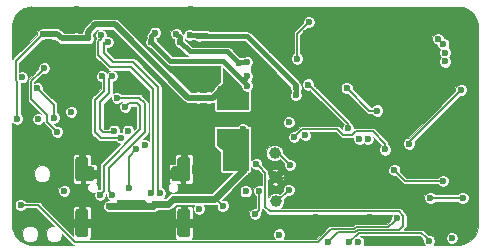
<source format=gbl>
G04 #@! TF.GenerationSoftware,KiCad,Pcbnew,5.0.1*
G04 #@! TF.CreationDate,2019-10-08T03:13:47+02:00*
G04 #@! TF.ProjectId,USB-C-Screen-Adapter,5553422D432D53637265656E2D416461,rev?*
G04 #@! TF.SameCoordinates,Original*
G04 #@! TF.FileFunction,Copper,L4,Bot,Signal*
G04 #@! TF.FilePolarity,Positive*
%FSLAX46Y46*%
G04 Gerber Fmt 4.6, Leading zero omitted, Abs format (unit mm)*
G04 Created by KiCad (PCBNEW 5.0.1) date Tue 08 Oct 2019 03:13:47 AM CEST*
%MOMM*%
%LPD*%
G01*
G04 APERTURE LIST*
G04 #@! TA.AperFunction,BGAPad,CuDef*
%ADD10C,1.000000*%
G04 #@! TD*
G04 #@! TA.AperFunction,Conductor*
%ADD11C,0.100000*%
G04 #@! TD*
G04 #@! TA.AperFunction,ComponentPad*
%ADD12C,1.100000*%
G04 #@! TD*
G04 #@! TA.AperFunction,ComponentPad*
%ADD13C,1.300000*%
G04 #@! TD*
G04 #@! TA.AperFunction,ViaPad*
%ADD14C,0.600000*%
G04 #@! TD*
G04 #@! TA.AperFunction,Conductor*
%ADD15C,0.200000*%
G04 #@! TD*
G04 #@! TA.AperFunction,Conductor*
%ADD16C,0.900000*%
G04 #@! TD*
G04 #@! TA.AperFunction,Conductor*
%ADD17C,0.600000*%
G04 #@! TD*
G04 #@! TA.AperFunction,Conductor*
%ADD18C,0.130000*%
G04 #@! TD*
G04 #@! TA.AperFunction,Conductor*
%ADD19C,0.500000*%
G04 #@! TD*
G04 #@! TA.AperFunction,Conductor*
%ADD20C,0.400000*%
G04 #@! TD*
G04 APERTURE END LIST*
D10*
G04 #@! TO.P,TP1,1*
G04 #@! TO.N,Net-(TP1-Pad1)*
X122500000Y-112700000D03*
G04 #@! TD*
G04 #@! TO.P,TP2,1*
G04 #@! TO.N,Net-(TP2-Pad1)*
X122600000Y-116800000D03*
G04 #@! TD*
G04 #@! TO.P,TP3,1*
G04 #@! TO.N,GND*
X122575000Y-114750000D03*
G04 #@! TD*
D11*
G04 #@! TO.N,GND*
G04 #@! TO.C,J1*
G36*
X106481955Y-117401324D02*
X106508650Y-117405284D01*
X106534828Y-117411841D01*
X106560238Y-117420933D01*
X106584634Y-117432472D01*
X106607782Y-117446346D01*
X106629458Y-117462422D01*
X106649454Y-117480546D01*
X106667578Y-117500542D01*
X106683654Y-117522218D01*
X106697528Y-117545366D01*
X106709067Y-117569762D01*
X106718159Y-117595172D01*
X106724716Y-117621350D01*
X106728676Y-117648045D01*
X106730000Y-117675000D01*
X106730000Y-119525000D01*
X106728676Y-119551955D01*
X106724716Y-119578650D01*
X106718159Y-119604828D01*
X106709067Y-119630238D01*
X106697528Y-119654634D01*
X106683654Y-119677782D01*
X106667578Y-119699458D01*
X106649454Y-119719454D01*
X106629458Y-119737578D01*
X106607782Y-119753654D01*
X106584634Y-119767528D01*
X106560238Y-119779067D01*
X106534828Y-119788159D01*
X106508650Y-119794716D01*
X106481955Y-119798676D01*
X106455000Y-119800000D01*
X105905000Y-119800000D01*
X105878045Y-119798676D01*
X105851350Y-119794716D01*
X105825172Y-119788159D01*
X105799762Y-119779067D01*
X105775366Y-119767528D01*
X105752218Y-119753654D01*
X105730542Y-119737578D01*
X105710546Y-119719454D01*
X105692422Y-119699458D01*
X105676346Y-119677782D01*
X105662472Y-119654634D01*
X105650933Y-119630238D01*
X105641841Y-119604828D01*
X105635284Y-119578650D01*
X105631324Y-119551955D01*
X105630000Y-119525000D01*
X105630000Y-117675000D01*
X105631324Y-117648045D01*
X105635284Y-117621350D01*
X105641841Y-117595172D01*
X105650933Y-117569762D01*
X105662472Y-117545366D01*
X105676346Y-117522218D01*
X105692422Y-117500542D01*
X105710546Y-117480546D01*
X105730542Y-117462422D01*
X105752218Y-117446346D01*
X105775366Y-117432472D01*
X105799762Y-117420933D01*
X105825172Y-117411841D01*
X105851350Y-117405284D01*
X105878045Y-117401324D01*
X105905000Y-117400000D01*
X106455000Y-117400000D01*
X106481955Y-117401324D01*
X106481955Y-117401324D01*
G37*
D12*
G04 #@! TD*
G04 #@! TO.P,J1,S1*
G04 #@! TO.N,GND*
X106180000Y-118600000D03*
D11*
G04 #@! TO.N,GND*
G04 #@! TO.C,J1*
G36*
X115121955Y-117401324D02*
X115148650Y-117405284D01*
X115174828Y-117411841D01*
X115200238Y-117420933D01*
X115224634Y-117432472D01*
X115247782Y-117446346D01*
X115269458Y-117462422D01*
X115289454Y-117480546D01*
X115307578Y-117500542D01*
X115323654Y-117522218D01*
X115337528Y-117545366D01*
X115349067Y-117569762D01*
X115358159Y-117595172D01*
X115364716Y-117621350D01*
X115368676Y-117648045D01*
X115370000Y-117675000D01*
X115370000Y-119525000D01*
X115368676Y-119551955D01*
X115364716Y-119578650D01*
X115358159Y-119604828D01*
X115349067Y-119630238D01*
X115337528Y-119654634D01*
X115323654Y-119677782D01*
X115307578Y-119699458D01*
X115289454Y-119719454D01*
X115269458Y-119737578D01*
X115247782Y-119753654D01*
X115224634Y-119767528D01*
X115200238Y-119779067D01*
X115174828Y-119788159D01*
X115148650Y-119794716D01*
X115121955Y-119798676D01*
X115095000Y-119800000D01*
X114545000Y-119800000D01*
X114518045Y-119798676D01*
X114491350Y-119794716D01*
X114465172Y-119788159D01*
X114439762Y-119779067D01*
X114415366Y-119767528D01*
X114392218Y-119753654D01*
X114370542Y-119737578D01*
X114350546Y-119719454D01*
X114332422Y-119699458D01*
X114316346Y-119677782D01*
X114302472Y-119654634D01*
X114290933Y-119630238D01*
X114281841Y-119604828D01*
X114275284Y-119578650D01*
X114271324Y-119551955D01*
X114270000Y-119525000D01*
X114270000Y-117675000D01*
X114271324Y-117648045D01*
X114275284Y-117621350D01*
X114281841Y-117595172D01*
X114290933Y-117569762D01*
X114302472Y-117545366D01*
X114316346Y-117522218D01*
X114332422Y-117500542D01*
X114350546Y-117480546D01*
X114370542Y-117462422D01*
X114392218Y-117446346D01*
X114415366Y-117432472D01*
X114439762Y-117420933D01*
X114465172Y-117411841D01*
X114491350Y-117405284D01*
X114518045Y-117401324D01*
X114545000Y-117400000D01*
X115095000Y-117400000D01*
X115121955Y-117401324D01*
X115121955Y-117401324D01*
G37*
D12*
G04 #@! TD*
G04 #@! TO.P,J1,S1*
G04 #@! TO.N,GND*
X114820000Y-118600000D03*
D11*
G04 #@! TO.N,GND*
G04 #@! TO.C,J1*
G36*
X106481955Y-113001324D02*
X106508650Y-113005284D01*
X106534828Y-113011841D01*
X106560238Y-113020933D01*
X106584634Y-113032472D01*
X106607782Y-113046346D01*
X106629458Y-113062422D01*
X106649454Y-113080546D01*
X106667578Y-113100542D01*
X106683654Y-113122218D01*
X106697528Y-113145366D01*
X106709067Y-113169762D01*
X106718159Y-113195172D01*
X106724716Y-113221350D01*
X106728676Y-113248045D01*
X106730000Y-113275000D01*
X106730000Y-114825000D01*
X106728676Y-114851955D01*
X106724716Y-114878650D01*
X106718159Y-114904828D01*
X106709067Y-114930238D01*
X106697528Y-114954634D01*
X106683654Y-114977782D01*
X106667578Y-114999458D01*
X106649454Y-115019454D01*
X106629458Y-115037578D01*
X106607782Y-115053654D01*
X106584634Y-115067528D01*
X106560238Y-115079067D01*
X106534828Y-115088159D01*
X106508650Y-115094716D01*
X106481955Y-115098676D01*
X106455000Y-115100000D01*
X105905000Y-115100000D01*
X105878045Y-115098676D01*
X105851350Y-115094716D01*
X105825172Y-115088159D01*
X105799762Y-115079067D01*
X105775366Y-115067528D01*
X105752218Y-115053654D01*
X105730542Y-115037578D01*
X105710546Y-115019454D01*
X105692422Y-114999458D01*
X105676346Y-114977782D01*
X105662472Y-114954634D01*
X105650933Y-114930238D01*
X105641841Y-114904828D01*
X105635284Y-114878650D01*
X105631324Y-114851955D01*
X105630000Y-114825000D01*
X105630000Y-113275000D01*
X105631324Y-113248045D01*
X105635284Y-113221350D01*
X105641841Y-113195172D01*
X105650933Y-113169762D01*
X105662472Y-113145366D01*
X105676346Y-113122218D01*
X105692422Y-113100542D01*
X105710546Y-113080546D01*
X105730542Y-113062422D01*
X105752218Y-113046346D01*
X105775366Y-113032472D01*
X105799762Y-113020933D01*
X105825172Y-113011841D01*
X105851350Y-113005284D01*
X105878045Y-113001324D01*
X105905000Y-113000000D01*
X106455000Y-113000000D01*
X106481955Y-113001324D01*
X106481955Y-113001324D01*
G37*
D12*
G04 #@! TD*
G04 #@! TO.P,J1,S1*
G04 #@! TO.N,GND*
X106180000Y-114050000D03*
D11*
G04 #@! TO.N,GND*
G04 #@! TO.C,J1*
G36*
X115121955Y-113001324D02*
X115148650Y-113005284D01*
X115174828Y-113011841D01*
X115200238Y-113020933D01*
X115224634Y-113032472D01*
X115247782Y-113046346D01*
X115269458Y-113062422D01*
X115289454Y-113080546D01*
X115307578Y-113100542D01*
X115323654Y-113122218D01*
X115337528Y-113145366D01*
X115349067Y-113169762D01*
X115358159Y-113195172D01*
X115364716Y-113221350D01*
X115368676Y-113248045D01*
X115370000Y-113275000D01*
X115370000Y-114825000D01*
X115368676Y-114851955D01*
X115364716Y-114878650D01*
X115358159Y-114904828D01*
X115349067Y-114930238D01*
X115337528Y-114954634D01*
X115323654Y-114977782D01*
X115307578Y-114999458D01*
X115289454Y-115019454D01*
X115269458Y-115037578D01*
X115247782Y-115053654D01*
X115224634Y-115067528D01*
X115200238Y-115079067D01*
X115174828Y-115088159D01*
X115148650Y-115094716D01*
X115121955Y-115098676D01*
X115095000Y-115100000D01*
X114545000Y-115100000D01*
X114518045Y-115098676D01*
X114491350Y-115094716D01*
X114465172Y-115088159D01*
X114439762Y-115079067D01*
X114415366Y-115067528D01*
X114392218Y-115053654D01*
X114370542Y-115037578D01*
X114350546Y-115019454D01*
X114332422Y-114999458D01*
X114316346Y-114977782D01*
X114302472Y-114954634D01*
X114290933Y-114930238D01*
X114281841Y-114904828D01*
X114275284Y-114878650D01*
X114271324Y-114851955D01*
X114270000Y-114825000D01*
X114270000Y-113275000D01*
X114271324Y-113248045D01*
X114275284Y-113221350D01*
X114281841Y-113195172D01*
X114290933Y-113169762D01*
X114302472Y-113145366D01*
X114316346Y-113122218D01*
X114332422Y-113100542D01*
X114350546Y-113080546D01*
X114370542Y-113062422D01*
X114392218Y-113046346D01*
X114415366Y-113032472D01*
X114439762Y-113020933D01*
X114465172Y-113011841D01*
X114491350Y-113005284D01*
X114518045Y-113001324D01*
X114545000Y-113000000D01*
X115095000Y-113000000D01*
X115121955Y-113001324D01*
X115121955Y-113001324D01*
G37*
D12*
G04 #@! TD*
G04 #@! TO.P,J1,S1*
G04 #@! TO.N,GND*
X114820000Y-114050000D03*
D11*
G04 #@! TO.N,GND*
G04 #@! TO.C,J1*
G36*
X106956856Y-113801565D02*
X106988404Y-113806245D01*
X107019343Y-113813994D01*
X107049372Y-113824739D01*
X107078204Y-113838376D01*
X107105560Y-113854772D01*
X107131178Y-113873772D01*
X107154810Y-113895190D01*
X107176228Y-113918822D01*
X107195228Y-113944440D01*
X107211624Y-113971796D01*
X107225261Y-114000628D01*
X107236006Y-114030657D01*
X107243755Y-114061596D01*
X107248435Y-114093144D01*
X107250000Y-114125000D01*
X107250000Y-114775000D01*
X107248435Y-114806856D01*
X107243755Y-114838404D01*
X107236006Y-114869343D01*
X107225261Y-114899372D01*
X107211624Y-114928204D01*
X107195228Y-114955560D01*
X107176228Y-114981178D01*
X107154810Y-115004810D01*
X107131178Y-115026228D01*
X107105560Y-115045228D01*
X107078204Y-115061624D01*
X107049372Y-115075261D01*
X107019343Y-115086006D01*
X106988404Y-115093755D01*
X106956856Y-115098435D01*
X106925000Y-115100000D01*
X105975000Y-115100000D01*
X105943144Y-115098435D01*
X105911596Y-115093755D01*
X105880657Y-115086006D01*
X105850628Y-115075261D01*
X105821796Y-115061624D01*
X105794440Y-115045228D01*
X105768822Y-115026228D01*
X105745190Y-115004810D01*
X105723772Y-114981178D01*
X105704772Y-114955560D01*
X105688376Y-114928204D01*
X105674739Y-114899372D01*
X105663994Y-114869343D01*
X105656245Y-114838404D01*
X105651565Y-114806856D01*
X105650000Y-114775000D01*
X105650000Y-114125000D01*
X105651565Y-114093144D01*
X105656245Y-114061596D01*
X105663994Y-114030657D01*
X105674739Y-114000628D01*
X105688376Y-113971796D01*
X105704772Y-113944440D01*
X105723772Y-113918822D01*
X105745190Y-113895190D01*
X105768822Y-113873772D01*
X105794440Y-113854772D01*
X105821796Y-113838376D01*
X105850628Y-113824739D01*
X105880657Y-113813994D01*
X105911596Y-113806245D01*
X105943144Y-113801565D01*
X105975000Y-113800000D01*
X106925000Y-113800000D01*
X106956856Y-113801565D01*
X106956856Y-113801565D01*
G37*
D13*
G04 #@! TD*
G04 #@! TO.P,J1,S1*
G04 #@! TO.N,GND*
X106450000Y-114450000D03*
D11*
G04 #@! TO.N,GND*
G04 #@! TO.C,J1*
G36*
X115056856Y-113801565D02*
X115088404Y-113806245D01*
X115119343Y-113813994D01*
X115149372Y-113824739D01*
X115178204Y-113838376D01*
X115205560Y-113854772D01*
X115231178Y-113873772D01*
X115254810Y-113895190D01*
X115276228Y-113918822D01*
X115295228Y-113944440D01*
X115311624Y-113971796D01*
X115325261Y-114000628D01*
X115336006Y-114030657D01*
X115343755Y-114061596D01*
X115348435Y-114093144D01*
X115350000Y-114125000D01*
X115350000Y-114775000D01*
X115348435Y-114806856D01*
X115343755Y-114838404D01*
X115336006Y-114869343D01*
X115325261Y-114899372D01*
X115311624Y-114928204D01*
X115295228Y-114955560D01*
X115276228Y-114981178D01*
X115254810Y-115004810D01*
X115231178Y-115026228D01*
X115205560Y-115045228D01*
X115178204Y-115061624D01*
X115149372Y-115075261D01*
X115119343Y-115086006D01*
X115088404Y-115093755D01*
X115056856Y-115098435D01*
X115025000Y-115100000D01*
X114075000Y-115100000D01*
X114043144Y-115098435D01*
X114011596Y-115093755D01*
X113980657Y-115086006D01*
X113950628Y-115075261D01*
X113921796Y-115061624D01*
X113894440Y-115045228D01*
X113868822Y-115026228D01*
X113845190Y-115004810D01*
X113823772Y-114981178D01*
X113804772Y-114955560D01*
X113788376Y-114928204D01*
X113774739Y-114899372D01*
X113763994Y-114869343D01*
X113756245Y-114838404D01*
X113751565Y-114806856D01*
X113750000Y-114775000D01*
X113750000Y-114125000D01*
X113751565Y-114093144D01*
X113756245Y-114061596D01*
X113763994Y-114030657D01*
X113774739Y-114000628D01*
X113788376Y-113971796D01*
X113804772Y-113944440D01*
X113823772Y-113918822D01*
X113845190Y-113895190D01*
X113868822Y-113873772D01*
X113894440Y-113854772D01*
X113921796Y-113838376D01*
X113950628Y-113824739D01*
X113980657Y-113813994D01*
X114011596Y-113806245D01*
X114043144Y-113801565D01*
X114075000Y-113800000D01*
X115025000Y-113800000D01*
X115056856Y-113801565D01*
X115056856Y-113801565D01*
G37*
D13*
G04 #@! TD*
G04 #@! TO.P,J1,S1*
G04 #@! TO.N,GND*
X114550000Y-114450000D03*
D14*
G04 #@! TO.N,GND*
X130550000Y-118150000D03*
X126000000Y-118150000D03*
X130550000Y-113700000D03*
X115000000Y-109200000D03*
X115000000Y-110400000D03*
X116500000Y-110400000D03*
X116500000Y-109200000D03*
X118300000Y-109800000D03*
G04 #@! TO.N,L1_P*
X108389502Y-103322916D03*
X112800000Y-116100000D03*
G04 #@! TO.N,L1_N*
X107788460Y-102721874D03*
X112000000Y-116100000D03*
G04 #@! TO.N,+5V*
X119800000Y-110700000D03*
X119800000Y-112100000D03*
X119800000Y-111400000D03*
X109400000Y-116900000D03*
X111400000Y-116900000D03*
X108500000Y-117200000D03*
X112400000Y-117000000D03*
G04 #@! TO.N,GND*
X133900000Y-110200000D03*
X135950000Y-108600000D03*
X138050000Y-105000000D03*
X136600000Y-100900000D03*
X136600000Y-101800000D03*
X134200000Y-102000000D03*
X131600000Y-102600000D03*
X130400000Y-102600000D03*
X132900000Y-102100000D03*
X135400000Y-102100000D03*
X134700000Y-106200000D03*
X133200000Y-106200000D03*
X130000000Y-105500000D03*
X129700000Y-106400000D03*
X127300000Y-107000000D03*
X126300000Y-107000000D03*
X126400000Y-104700000D03*
X125700000Y-104700000D03*
X125900000Y-102600000D03*
X125900000Y-100900000D03*
X125200000Y-100900000D03*
X125200000Y-102500000D03*
X128700000Y-102700000D03*
X123600000Y-103500000D03*
X122300000Y-104000000D03*
X120400000Y-104000000D03*
X119700000Y-103900000D03*
X119000000Y-100800000D03*
X115400000Y-100500000D03*
X113300000Y-103000000D03*
X111300000Y-102700000D03*
X109300000Y-103200000D03*
X108700000Y-102500000D03*
X114300000Y-105600000D03*
X115800000Y-105600000D03*
X115800000Y-106600000D03*
X114300000Y-108300000D03*
X111400000Y-107500000D03*
X108700000Y-108800000D03*
X105800000Y-100500000D03*
X101900000Y-100700000D03*
X103800000Y-105500000D03*
X104800000Y-106300000D03*
X103200000Y-106800000D03*
X102200000Y-105100000D03*
X102300000Y-104300000D03*
X101200000Y-105300000D03*
X101100000Y-103200000D03*
X104600000Y-109700000D03*
X106200000Y-111000000D03*
X107100000Y-112300000D03*
X101200000Y-118300000D03*
X101200000Y-115700000D03*
X101500000Y-113700000D03*
X100600000Y-114500000D03*
X116000000Y-114700000D03*
X119900000Y-116900000D03*
X116400000Y-119300000D03*
X120200000Y-119300000D03*
X121700000Y-118000000D03*
X122700000Y-118800000D03*
X121900000Y-119500000D03*
X124700000Y-119400000D03*
X126050000Y-113650000D03*
X132100000Y-120200000D03*
X131400000Y-120200000D03*
X135200000Y-118100000D03*
X136600000Y-120000000D03*
X138500000Y-120000000D03*
X139400000Y-118900000D03*
X137400000Y-113400000D03*
X138900000Y-111200000D03*
X138900000Y-112000000D03*
X133900000Y-109300000D03*
X132700000Y-117030010D03*
X135200000Y-113200000D03*
X123100000Y-111200000D03*
X120600000Y-115250000D03*
G04 #@! TO.N,+5V*
X118100000Y-117150000D03*
G04 #@! TO.N,USB_N*
X110800000Y-112400000D03*
X110195010Y-115700000D03*
X120050000Y-115950000D03*
G04 #@! TO.N,L2_N*
X109500521Y-111400521D03*
X107875000Y-106200000D03*
G04 #@! TO.N,SBU1*
X111500000Y-112000000D03*
X103800000Y-109700000D03*
X102400000Y-107200000D03*
G04 #@! TO.N,L2_P*
X108899479Y-110799479D03*
X108725000Y-106200000D03*
G04 #@! TO.N,CC1*
X110100000Y-110800000D03*
X116100000Y-117400000D03*
G04 #@! TO.N,+3V3*
X105700000Y-103000000D03*
X106700000Y-103000000D03*
X103800000Y-102600000D03*
X102900000Y-102600000D03*
X116900000Y-108000000D03*
X116000000Y-108000000D03*
X118000000Y-107300000D03*
X100700000Y-109800000D03*
G04 #@! TO.N,NRST*
X101000000Y-117100000D03*
G04 #@! TO.N,SBU_ENABLE*
X132650000Y-114150000D03*
G04 #@! TO.N,LEDA2*
X116100000Y-102800000D03*
X115300000Y-102700000D03*
X124300000Y-107800000D03*
X124350000Y-107150000D03*
X131200000Y-109100000D03*
X128599999Y-107162500D03*
G04 #@! TO.N,LEDA1*
X124400000Y-104700000D03*
X125400000Y-101600000D03*
G04 #@! TO.N,LEDC1*
X114475000Y-103275000D03*
X120200000Y-105000000D03*
X114175000Y-102600000D03*
X119450000Y-105050000D03*
G04 #@! TO.N,LEDC2*
X120200000Y-107000000D03*
X112074992Y-103300008D03*
X112375000Y-102500000D03*
X120200000Y-106200000D03*
G04 #@! TO.N,HPD*
X103000000Y-105500000D03*
X104100000Y-110900000D03*
G04 #@! TO.N,Net-(TP2-Pad1)*
X123700000Y-115800000D03*
G04 #@! TO.N,Net-(TP1-Pad1)*
X123800000Y-113700000D03*
G04 #@! TO.N,+5V*
X136950000Y-104950000D03*
X136950000Y-104200000D03*
X136800000Y-103500000D03*
X136337499Y-103037499D03*
G04 #@! TO.N,+3V3*
X135700000Y-116500000D03*
X138425000Y-116500000D03*
X125100000Y-111200000D03*
X122900000Y-119600000D03*
X123700000Y-110100000D03*
G04 #@! TO.N,NRST*
X132899975Y-118200025D03*
G04 #@! TO.N,SBU_ENABLE*
X136770010Y-115050000D03*
X137500000Y-119900000D03*
X102500000Y-109819998D03*
G04 #@! TO.N,_DP_AUX_N*
X130400000Y-111500000D03*
X105300000Y-109200000D03*
G04 #@! TO.N,Net-(C10-Pad1)*
X120850000Y-117850000D03*
X121200000Y-115900000D03*
G04 #@! TO.N,_DP_AUX_P*
X129669987Y-111500000D03*
X101100000Y-106300000D03*
G04 #@! TO.N,CC_RX*
X131850000Y-112400000D03*
X124150000Y-111350000D03*
G04 #@! TO.N,STM_HPD*
X129600000Y-120270000D03*
X104700000Y-115900000D03*
G04 #@! TO.N,PWM*
X128750000Y-110600000D03*
X125350000Y-106900000D03*
G04 #@! TO.N,DFU*
X128800000Y-120270000D03*
X135600000Y-120150000D03*
G04 #@! TO.N,CC_TX*
X127000000Y-120270000D03*
X120950000Y-113600000D03*
G04 #@! TO.N,Net-(D3-Pad1)*
X133900000Y-111900000D03*
X138300000Y-107350000D03*
G04 #@! TO.N,/_L3_N*
X109128768Y-108028768D03*
X108775346Y-116255002D03*
G04 #@! TO.N,/_L3_P*
X109871232Y-108771232D03*
X107725346Y-116255002D03*
G04 #@! TD*
D15*
G04 #@! TO.N,L1_P*
X108389502Y-103322916D02*
X108106659Y-103322916D01*
X108106659Y-103322916D02*
X108025000Y-103404575D01*
X108025000Y-103404575D02*
X108025000Y-104206800D01*
X108025000Y-104206800D02*
X108793200Y-104975000D01*
X108793200Y-104975000D02*
X110493200Y-104975000D01*
X110493200Y-104975000D02*
X112625000Y-107106800D01*
X112625000Y-107106800D02*
X112625000Y-115900000D01*
X112625000Y-115900000D02*
X112625000Y-115925000D01*
X112625000Y-115925000D02*
X112800000Y-116100000D01*
G04 #@! TO.N,L1_N*
X107788460Y-102721874D02*
X107788460Y-103004717D01*
X107788460Y-103004717D02*
X107575000Y-103218177D01*
X107575000Y-103218177D02*
X107575000Y-104393200D01*
X107575000Y-104393200D02*
X108606800Y-105425000D01*
X108606800Y-105425000D02*
X110306800Y-105425000D01*
X110306800Y-105425000D02*
X112175000Y-107293200D01*
X112175000Y-107293200D02*
X112175000Y-115900000D01*
X112175000Y-115900000D02*
X112175000Y-115925000D01*
X112175000Y-115925000D02*
X112000000Y-116100000D01*
D16*
G04 #@! TO.N,+5V*
X119600000Y-112100000D02*
X119600000Y-111200000D01*
X119600000Y-111200000D02*
X119600000Y-111100000D01*
D17*
X112200000Y-117200000D02*
X112400000Y-117000000D01*
X108500000Y-117200000D02*
X112200000Y-117200000D01*
X109400000Y-116900000D02*
X111400000Y-116900000D01*
X113518902Y-117000000D02*
X113918902Y-116600000D01*
X112400000Y-117000000D02*
X113518902Y-117000000D01*
X113918902Y-116600000D02*
X117400000Y-116600000D01*
X117400000Y-116600000D02*
X119800000Y-114200000D01*
X119800000Y-114200000D02*
X119800000Y-112100000D01*
D18*
G04 #@! TO.N,GND*
X122575000Y-114750000D02*
X122625000Y-114800000D01*
X125750001Y-113949999D02*
X126050000Y-113650000D01*
X124900000Y-114800000D02*
X125750001Y-113949999D01*
X122625000Y-114800000D02*
X124900000Y-114800000D01*
G04 #@! TO.N,+5V*
X117550000Y-116600000D02*
X117400000Y-116600000D01*
X118100000Y-117150000D02*
X117550000Y-116600000D01*
G04 #@! TO.N,USB_N*
X110800000Y-112400000D02*
X110195010Y-113004990D01*
X110195010Y-115275736D02*
X110195010Y-115700000D01*
X110195010Y-113004990D02*
X110195010Y-115275736D01*
D15*
G04 #@! TO.N,L2_N*
X107782321Y-111400521D02*
X107275000Y-110893200D01*
X109500521Y-111400521D02*
X107782321Y-111400521D01*
X107275000Y-110893200D02*
X107275000Y-108206800D01*
X107275000Y-108206800D02*
X108075000Y-107406800D01*
X108075000Y-107406800D02*
X108075000Y-106400000D01*
X108075000Y-106400000D02*
X107875000Y-106200000D01*
D18*
G04 #@! TO.N,SBU1*
X103800000Y-109700000D02*
X103800000Y-108600000D01*
X103800000Y-108600000D02*
X102699999Y-107499999D01*
X102699999Y-107499999D02*
X102400000Y-107200000D01*
D15*
G04 #@! TO.N,L2_P*
X108748437Y-110950521D02*
X107968721Y-110950521D01*
X108899479Y-110799479D02*
X108748437Y-110950521D01*
X107968721Y-110950521D02*
X107725000Y-110706800D01*
X107725000Y-110706800D02*
X107725000Y-108393200D01*
X107725000Y-108393200D02*
X108525000Y-107593200D01*
X108525000Y-107593200D02*
X108525000Y-106400000D01*
X108525000Y-106400000D02*
X108725000Y-106200000D01*
D19*
G04 #@! TO.N,+3V3*
X102900000Y-102600000D02*
X104100000Y-102600000D01*
X104500000Y-103000000D02*
X106700000Y-103000000D01*
X104100000Y-102600000D02*
X104500000Y-103000000D01*
X106700000Y-102434315D02*
X107334315Y-101800000D01*
X106700000Y-103000000D02*
X106700000Y-102434315D01*
X107334315Y-101800000D02*
X109000000Y-101800000D01*
X109000000Y-101800000D02*
X115200000Y-108000000D01*
X115200000Y-108000000D02*
X116900000Y-108000000D01*
X117300000Y-108000000D02*
X118000000Y-107300000D01*
X116000000Y-108000000D02*
X117300000Y-108000000D01*
D15*
X100569999Y-106554401D02*
X100700000Y-106684402D01*
X100700000Y-109234315D02*
X100700000Y-109800000D01*
X102900000Y-102600000D02*
X100569999Y-104930001D01*
X100569999Y-104930001D02*
X100569999Y-106554401D01*
X100700000Y-106684402D02*
X100700000Y-109234315D01*
D18*
G04 #@! TO.N,NRST*
X101000000Y-117100000D02*
X102432289Y-117100000D01*
D20*
G04 #@! TO.N,LEDA2*
X116700000Y-102700000D02*
X115300000Y-102700000D01*
X116800000Y-102800000D02*
X116700000Y-102700000D01*
X116100000Y-102800000D02*
X116800000Y-102800000D01*
X124300000Y-107800000D02*
X124300000Y-106950000D01*
X120150000Y-102800000D02*
X116800000Y-102800000D01*
X124300000Y-106950000D02*
X120150000Y-102800000D01*
D18*
X131200000Y-109100000D02*
X130537499Y-109100000D01*
X130537499Y-109100000D02*
X128599999Y-107162500D01*
G04 #@! TO.N,LEDA1*
X124400000Y-104700000D02*
X124400000Y-102600000D01*
X124400000Y-102600000D02*
X125400000Y-101600000D01*
D20*
G04 #@! TO.N,LEDC1*
X120200000Y-105000000D02*
X119400000Y-105000000D01*
X119400000Y-105000000D02*
X118500000Y-104100000D01*
X115300000Y-104100000D02*
X114475000Y-103275000D01*
X118500000Y-104100000D02*
X115300000Y-104100000D01*
X114475000Y-103275000D02*
X114475000Y-102900000D01*
X114475000Y-102900000D02*
X114175000Y-102600000D01*
G04 #@! TO.N,LEDC2*
X113674984Y-104900000D02*
X112474991Y-103700007D01*
X118100000Y-104900000D02*
X113674984Y-104900000D01*
X112474991Y-103700007D02*
X112074992Y-103300008D01*
X112074992Y-103300008D02*
X112074992Y-102800008D01*
X112074992Y-102800008D02*
X112375000Y-102500000D01*
X120200000Y-106200000D02*
X119800001Y-106600001D01*
X120200000Y-107000000D02*
X119900000Y-106700000D01*
X119800001Y-106600001D02*
X119900000Y-106700000D01*
X119900000Y-106700000D02*
X118100000Y-104900000D01*
D18*
G04 #@! TO.N,HPD*
X101895011Y-108151227D02*
X101895011Y-106604989D01*
X103237178Y-109493394D02*
X101895011Y-108151227D01*
X101895011Y-106604989D02*
X102700001Y-105799999D01*
X104100000Y-110900000D02*
X103237178Y-110037178D01*
X102700001Y-105799999D02*
X103000000Y-105500000D01*
X103237178Y-110037178D02*
X103237178Y-109493394D01*
G04 #@! TO.N,Net-(TP2-Pad1)*
X122700000Y-116800000D02*
X122600000Y-116800000D01*
X123700000Y-115800000D02*
X122700000Y-116800000D01*
G04 #@! TO.N,Net-(TP1-Pad1)*
X122800000Y-112700000D02*
X122500000Y-112700000D01*
X123800000Y-113700000D02*
X122800000Y-112700000D01*
D15*
G04 #@! TO.N,+3V3*
X135700000Y-116500000D02*
X138425000Y-116500000D01*
D18*
G04 #@! TO.N,NRST*
X127250000Y-119150000D02*
X129269432Y-119150000D01*
X105577761Y-120227761D02*
X126172239Y-120227761D01*
X126172239Y-120227761D02*
X127250000Y-119150000D01*
X102450000Y-117100000D02*
X105577761Y-120227761D01*
X132599976Y-118500024D02*
X132899975Y-118200025D01*
X132110022Y-118989978D02*
X132599976Y-118500024D01*
X129429454Y-118989978D02*
X132110022Y-118989978D01*
X129269432Y-119150000D02*
X129429454Y-118989978D01*
G04 #@! TO.N,SBU_ENABLE*
X132650000Y-114150000D02*
X133550000Y-115050000D01*
X133550000Y-115050000D02*
X136345746Y-115050000D01*
X136345746Y-115050000D02*
X136770010Y-115050000D01*
G04 #@! TO.N,Net-(C10-Pad1)*
X120850000Y-117850000D02*
X121200000Y-117500000D01*
X121200000Y-117500000D02*
X121200000Y-115900000D01*
G04 #@! TO.N,CC_RX*
X131850000Y-112400000D02*
X131850000Y-111900000D01*
X131850000Y-111900000D02*
X130800000Y-110850000D01*
X124850000Y-110650000D02*
X124150000Y-111350000D01*
X129400000Y-110850000D02*
X129100000Y-111150000D01*
X129100000Y-111150000D02*
X128300000Y-111150000D01*
X130800000Y-110850000D02*
X129400000Y-110850000D01*
X128300000Y-111150000D02*
X127800000Y-110650000D01*
X127800000Y-110650000D02*
X124850000Y-110650000D01*
G04 #@! TO.N,PWM*
X125649999Y-107199999D02*
X125350000Y-106900000D01*
X128685000Y-110235000D02*
X125649999Y-107199999D01*
X128685000Y-110700000D02*
X128685000Y-110235000D01*
G04 #@! TO.N,DFU*
X135300001Y-119850001D02*
X135600000Y-120150000D01*
X128800000Y-120270000D02*
X129620000Y-119450000D01*
X134900000Y-119450000D02*
X135300001Y-119850001D01*
X129620000Y-119450000D02*
X134900000Y-119450000D01*
G04 #@! TO.N,CC_TX*
X121700000Y-114350000D02*
X121249999Y-113899999D01*
X121249999Y-113899999D02*
X120950000Y-113600000D01*
X133400000Y-118000000D02*
X133050000Y-117650000D01*
X133050000Y-117650000D02*
X122100000Y-117650000D01*
X121700000Y-117250000D02*
X121700000Y-114350000D01*
X129324727Y-119419989D02*
X129524727Y-119219989D01*
X122100000Y-117650000D02*
X121700000Y-117250000D01*
X133400000Y-118850000D02*
X133400000Y-118000000D01*
X133030011Y-119219989D02*
X133400000Y-118850000D01*
X127000000Y-120270000D02*
X127850011Y-119419989D01*
X127850011Y-119419989D02*
X129324727Y-119419989D01*
X129524727Y-119219989D02*
X133030011Y-119219989D01*
G04 #@! TO.N,Net-(D3-Pad1)*
X133900000Y-111750000D02*
X133900000Y-111900000D01*
X138300000Y-107350000D02*
X133900000Y-111750000D01*
D15*
G04 #@! TO.N,/_L3_N*
X108475346Y-113942854D02*
X108475346Y-115955002D01*
X109128768Y-108028768D02*
X111046968Y-108028768D01*
X111046968Y-108028768D02*
X111525000Y-108506800D01*
X111525000Y-110893200D02*
X108475346Y-113942854D01*
X108475346Y-115955002D02*
X108775346Y-116255002D01*
X111525000Y-108506800D02*
X111525000Y-110893200D01*
G04 #@! TO.N,/_L3_P*
X108025346Y-115955002D02*
X107725346Y-116255002D01*
X108025346Y-113756454D02*
X108025346Y-115955002D01*
X111075000Y-110706800D02*
X108025346Y-113756454D01*
X110163696Y-108478768D02*
X110860568Y-108478768D01*
X111075000Y-108693200D02*
X111075000Y-110706800D01*
X109871232Y-108771232D02*
X110163696Y-108478768D01*
X110860568Y-108478768D02*
X111075000Y-108693200D01*
G04 #@! TD*
D11*
G04 #@! TO.N,+5V*
G36*
X120250000Y-114150000D02*
X118150000Y-114150000D01*
X118150000Y-112500000D01*
X118146194Y-112480866D01*
X118135355Y-112464645D01*
X117650000Y-111979290D01*
X117650000Y-110650000D01*
X120250000Y-110650000D01*
X120250000Y-114150000D01*
X120250000Y-114150000D01*
G37*
X120250000Y-114150000D02*
X118150000Y-114150000D01*
X118150000Y-112500000D01*
X118146194Y-112480866D01*
X118135355Y-112464645D01*
X117650000Y-111979290D01*
X117650000Y-110650000D01*
X120250000Y-110650000D01*
X120250000Y-114150000D01*
G04 #@! TO.N,+3V3*
G36*
X119481535Y-106861362D02*
X119504409Y-106895595D01*
X119538640Y-106918467D01*
X119690000Y-107069827D01*
X119690000Y-107101445D01*
X119767643Y-107288892D01*
X119911108Y-107432357D01*
X120098555Y-107510000D01*
X120250000Y-107510000D01*
X120250000Y-108950000D01*
X117650000Y-108950000D01*
X117650000Y-107320710D01*
X118135355Y-106835355D01*
X118146194Y-106819134D01*
X118150000Y-106800000D01*
X118150000Y-105529827D01*
X119481535Y-106861362D01*
X119481535Y-106861362D01*
G37*
X119481535Y-106861362D02*
X119504409Y-106895595D01*
X119538640Y-106918467D01*
X119690000Y-107069827D01*
X119690000Y-107101445D01*
X119767643Y-107288892D01*
X119911108Y-107432357D01*
X120098555Y-107510000D01*
X120250000Y-107510000D01*
X120250000Y-108950000D01*
X117650000Y-108950000D01*
X117650000Y-107320710D01*
X118135355Y-106835355D01*
X118146194Y-106819134D01*
X118150000Y-106800000D01*
X118150000Y-105529827D01*
X119481535Y-106861362D01*
G04 #@! TO.N,GND*
G36*
X101969469Y-100310000D02*
X138030531Y-100310000D01*
X138082326Y-100299697D01*
X138480529Y-100356724D01*
X138922426Y-100557643D01*
X139290172Y-100874513D01*
X139554199Y-101281858D01*
X139696112Y-101756379D01*
X139705978Y-101889149D01*
X139690001Y-101969469D01*
X139690000Y-118830530D01*
X139700303Y-118882326D01*
X139643276Y-119280530D01*
X139442358Y-119722424D01*
X139125486Y-120090172D01*
X138718145Y-120354198D01*
X138243619Y-120496112D01*
X138110855Y-120505978D01*
X138030531Y-120490000D01*
X135981249Y-120490000D01*
X136032357Y-120438892D01*
X136110000Y-120251445D01*
X136110000Y-120048555D01*
X136032357Y-119861108D01*
X135969804Y-119798555D01*
X136990000Y-119798555D01*
X136990000Y-120001445D01*
X137067643Y-120188892D01*
X137211108Y-120332357D01*
X137398555Y-120410000D01*
X137601445Y-120410000D01*
X137788892Y-120332357D01*
X137932357Y-120188892D01*
X138010000Y-120001445D01*
X138010000Y-119798555D01*
X137932357Y-119611108D01*
X137788892Y-119467643D01*
X137601445Y-119390000D01*
X137398555Y-119390000D01*
X137211108Y-119467643D01*
X137067643Y-119611108D01*
X136990000Y-119798555D01*
X135969804Y-119798555D01*
X135888892Y-119717643D01*
X135701445Y-119640000D01*
X135498555Y-119640000D01*
X135484663Y-119645754D01*
X135113607Y-119274699D01*
X135098264Y-119251736D01*
X135007299Y-119190956D01*
X134927082Y-119175000D01*
X134927081Y-119175000D01*
X134900000Y-119169613D01*
X134872919Y-119175000D01*
X133463908Y-119175000D01*
X133575301Y-119063607D01*
X133598264Y-119048264D01*
X133659044Y-118957299D01*
X133675000Y-118877082D01*
X133675000Y-118877081D01*
X133680387Y-118850001D01*
X133675000Y-118822920D01*
X133675000Y-118027081D01*
X133680387Y-118000000D01*
X133671893Y-117957299D01*
X133659044Y-117892701D01*
X133598264Y-117801736D01*
X133575303Y-117786394D01*
X133263607Y-117474699D01*
X133248264Y-117451736D01*
X133157299Y-117390956D01*
X133077082Y-117375000D01*
X133077081Y-117375000D01*
X133050000Y-117369613D01*
X133022919Y-117375000D01*
X123029092Y-117375000D01*
X123201909Y-117202183D01*
X123310000Y-116941228D01*
X123310000Y-116658772D01*
X123286609Y-116602300D01*
X123490354Y-116398555D01*
X135190000Y-116398555D01*
X135190000Y-116601445D01*
X135267643Y-116788892D01*
X135411108Y-116932357D01*
X135598555Y-117010000D01*
X135801445Y-117010000D01*
X135988892Y-116932357D01*
X136111249Y-116810000D01*
X138013751Y-116810000D01*
X138136108Y-116932357D01*
X138323555Y-117010000D01*
X138526445Y-117010000D01*
X138713892Y-116932357D01*
X138857357Y-116788892D01*
X138935000Y-116601445D01*
X138935000Y-116398555D01*
X138857357Y-116211108D01*
X138713892Y-116067643D01*
X138526445Y-115990000D01*
X138323555Y-115990000D01*
X138136108Y-116067643D01*
X138013751Y-116190000D01*
X136111249Y-116190000D01*
X135988892Y-116067643D01*
X135801445Y-115990000D01*
X135598555Y-115990000D01*
X135411108Y-116067643D01*
X135267643Y-116211108D01*
X135190000Y-116398555D01*
X123490354Y-116398555D01*
X123584663Y-116304246D01*
X123598555Y-116310000D01*
X123801445Y-116310000D01*
X123988892Y-116232357D01*
X124132357Y-116088892D01*
X124210000Y-115901445D01*
X124210000Y-115698555D01*
X124132357Y-115511108D01*
X123988892Y-115367643D01*
X123801445Y-115290000D01*
X123598555Y-115290000D01*
X123411108Y-115367643D01*
X123267643Y-115511108D01*
X123190000Y-115698555D01*
X123190000Y-115901445D01*
X123195754Y-115915337D01*
X122939121Y-116171970D01*
X122741228Y-116090000D01*
X122458772Y-116090000D01*
X122197817Y-116198091D01*
X121998091Y-116397817D01*
X121975000Y-116453564D01*
X121975000Y-115361527D01*
X122317026Y-115361527D01*
X122384322Y-115437772D01*
X122662035Y-115458388D01*
X122765678Y-115437772D01*
X122832974Y-115361527D01*
X122575000Y-115103553D01*
X122317026Y-115361527D01*
X121975000Y-115361527D01*
X121975000Y-114996447D01*
X122221447Y-114750000D01*
X122928553Y-114750000D01*
X123186527Y-115007974D01*
X123262772Y-114940678D01*
X123283388Y-114662965D01*
X123262772Y-114559322D01*
X123186527Y-114492026D01*
X122928553Y-114750000D01*
X122221447Y-114750000D01*
X121975000Y-114503553D01*
X121975000Y-114377081D01*
X121980387Y-114350000D01*
X121975000Y-114322918D01*
X121959044Y-114242701D01*
X121898264Y-114151736D01*
X121878415Y-114138473D01*
X122317026Y-114138473D01*
X122575000Y-114396447D01*
X122832974Y-114138473D01*
X122765678Y-114062228D01*
X122487965Y-114041612D01*
X122384322Y-114062228D01*
X122317026Y-114138473D01*
X121878415Y-114138473D01*
X121875303Y-114136394D01*
X121463605Y-113724697D01*
X121463603Y-113724694D01*
X121454246Y-113715337D01*
X121460000Y-113701445D01*
X121460000Y-113498555D01*
X121382357Y-113311108D01*
X121238892Y-113167643D01*
X121051445Y-113090000D01*
X120848555Y-113090000D01*
X120661108Y-113167643D01*
X120517643Y-113311108D01*
X120510000Y-113329560D01*
X120510000Y-112558772D01*
X121790000Y-112558772D01*
X121790000Y-112841228D01*
X121898091Y-113102183D01*
X122097817Y-113301909D01*
X122358772Y-113410000D01*
X122641228Y-113410000D01*
X122902183Y-113301909D01*
X122957592Y-113246500D01*
X123295754Y-113584663D01*
X123290000Y-113598555D01*
X123290000Y-113801445D01*
X123367643Y-113988892D01*
X123511108Y-114132357D01*
X123698555Y-114210000D01*
X123901445Y-114210000D01*
X124088892Y-114132357D01*
X124172694Y-114048555D01*
X132140000Y-114048555D01*
X132140000Y-114251445D01*
X132217643Y-114438892D01*
X132361108Y-114582357D01*
X132548555Y-114660000D01*
X132751445Y-114660000D01*
X132765337Y-114654246D01*
X133336394Y-115225303D01*
X133351736Y-115248264D01*
X133414199Y-115290000D01*
X133442699Y-115309043D01*
X133442700Y-115309043D01*
X133442701Y-115309044D01*
X133522918Y-115325000D01*
X133549999Y-115330387D01*
X133577080Y-115325000D01*
X136331899Y-115325000D01*
X136337653Y-115338892D01*
X136481118Y-115482357D01*
X136668565Y-115560000D01*
X136871455Y-115560000D01*
X137058902Y-115482357D01*
X137202367Y-115338892D01*
X137280010Y-115151445D01*
X137280010Y-114948555D01*
X137202367Y-114761108D01*
X137058902Y-114617643D01*
X136871455Y-114540000D01*
X136668565Y-114540000D01*
X136481118Y-114617643D01*
X136337653Y-114761108D01*
X136331899Y-114775000D01*
X133663909Y-114775000D01*
X133154246Y-114265337D01*
X133160000Y-114251445D01*
X133160000Y-114048555D01*
X133082357Y-113861108D01*
X132938892Y-113717643D01*
X132751445Y-113640000D01*
X132548555Y-113640000D01*
X132361108Y-113717643D01*
X132217643Y-113861108D01*
X132140000Y-114048555D01*
X124172694Y-114048555D01*
X124232357Y-113988892D01*
X124310000Y-113801445D01*
X124310000Y-113598555D01*
X124232357Y-113411108D01*
X124088892Y-113267643D01*
X123901445Y-113190000D01*
X123698555Y-113190000D01*
X123684663Y-113195754D01*
X123210000Y-112721092D01*
X123210000Y-112558772D01*
X123101909Y-112297817D01*
X122902183Y-112098091D01*
X122641228Y-111990000D01*
X122358772Y-111990000D01*
X122097817Y-112098091D01*
X121898091Y-112297817D01*
X121790000Y-112558772D01*
X120510000Y-112558772D01*
X120510000Y-110600000D01*
X120494015Y-110519636D01*
X120448492Y-110451508D01*
X120380364Y-110405985D01*
X120300000Y-110390000D01*
X120211249Y-110390000D01*
X120088892Y-110267643D01*
X119901445Y-110190000D01*
X119698555Y-110190000D01*
X119511108Y-110267643D01*
X119388751Y-110390000D01*
X117600000Y-110390000D01*
X117519636Y-110405985D01*
X117451508Y-110451508D01*
X117405985Y-110519636D01*
X117390000Y-110600000D01*
X117390000Y-112000000D01*
X117405985Y-112080364D01*
X117451508Y-112148492D01*
X117890000Y-112586984D01*
X117890000Y-114200000D01*
X117905985Y-114280364D01*
X117951508Y-114348492D01*
X118019636Y-114394015D01*
X118100000Y-114410000D01*
X118868751Y-114410000D01*
X117188752Y-116090000D01*
X113969124Y-116090000D01*
X113918901Y-116080010D01*
X113868678Y-116090000D01*
X113868674Y-116090000D01*
X113719910Y-116119591D01*
X113551213Y-116232311D01*
X113522761Y-116274892D01*
X113307654Y-116490000D01*
X113131249Y-116490000D01*
X113232357Y-116388892D01*
X113310000Y-116201445D01*
X113310000Y-115998555D01*
X113232357Y-115811108D01*
X113088892Y-115667643D01*
X112935000Y-115603899D01*
X112935000Y-115521000D01*
X113440000Y-115521000D01*
X113440000Y-115704000D01*
X113510031Y-115873069D01*
X113639431Y-116002469D01*
X113808500Y-116072500D01*
X113991500Y-116072500D01*
X114160569Y-116002469D01*
X114289969Y-115873069D01*
X114360000Y-115704000D01*
X114360000Y-115521000D01*
X114289969Y-115351931D01*
X114238038Y-115300000D01*
X114495000Y-115300000D01*
X114545000Y-115250000D01*
X114545000Y-114400000D01*
X114450000Y-114400000D01*
X114450000Y-113700000D01*
X114545000Y-113700000D01*
X114545000Y-113650000D01*
X114900000Y-113650000D01*
X114900000Y-114125000D01*
X114920000Y-114125000D01*
X114920000Y-114775000D01*
X114900000Y-114775000D01*
X114900000Y-115250000D01*
X114950000Y-115300000D01*
X115409782Y-115300000D01*
X115483290Y-115269552D01*
X115539551Y-115213291D01*
X115570000Y-115139783D01*
X115570000Y-114450000D01*
X115550000Y-114430000D01*
X115550000Y-114099998D01*
X115525002Y-114099998D01*
X115550000Y-114075000D01*
X115550000Y-113760217D01*
X115523575Y-113696425D01*
X115570000Y-113650000D01*
X115570000Y-112960217D01*
X115539551Y-112886709D01*
X115483290Y-112830448D01*
X115409782Y-112800000D01*
X115145000Y-112800000D01*
X115095000Y-112850000D01*
X115095000Y-113600000D01*
X114950000Y-113600000D01*
X114900000Y-113650000D01*
X114545000Y-113650000D01*
X114545000Y-112850000D01*
X114495000Y-112800000D01*
X114230218Y-112800000D01*
X114156710Y-112830448D01*
X114100449Y-112886709D01*
X114070000Y-112960217D01*
X114070000Y-113600000D01*
X113710218Y-113600000D01*
X113636710Y-113630448D01*
X113580449Y-113686709D01*
X113550000Y-113760217D01*
X113550000Y-114075000D01*
X113600000Y-114125000D01*
X114070000Y-114125000D01*
X114070000Y-114400002D01*
X114119998Y-114400002D01*
X114070000Y-114450000D01*
X114070000Y-114775000D01*
X113600000Y-114775000D01*
X113550000Y-114825000D01*
X113550000Y-115139783D01*
X113580449Y-115213291D01*
X113614560Y-115247402D01*
X113510031Y-115351931D01*
X113440000Y-115521000D01*
X112935000Y-115521000D01*
X112935000Y-109998555D01*
X123190000Y-109998555D01*
X123190000Y-110201445D01*
X123267643Y-110388892D01*
X123411108Y-110532357D01*
X123598555Y-110610000D01*
X123801445Y-110610000D01*
X123988892Y-110532357D01*
X124132357Y-110388892D01*
X124210000Y-110201445D01*
X124210000Y-109998555D01*
X124132357Y-109811108D01*
X123988892Y-109667643D01*
X123801445Y-109590000D01*
X123598555Y-109590000D01*
X123411108Y-109667643D01*
X123267643Y-109811108D01*
X123190000Y-109998555D01*
X112935000Y-109998555D01*
X112935000Y-107137325D01*
X112941072Y-107106799D01*
X112935000Y-107076274D01*
X112935000Y-107076269D01*
X112917013Y-106985844D01*
X112848497Y-106883303D01*
X112822616Y-106866010D01*
X110733993Y-104777388D01*
X110716697Y-104751503D01*
X110614156Y-104682987D01*
X110523731Y-104665000D01*
X110523727Y-104665000D01*
X110493200Y-104658928D01*
X110462673Y-104665000D01*
X108921606Y-104665000D01*
X108335000Y-104078395D01*
X108335000Y-103832916D01*
X108490947Y-103832916D01*
X108678394Y-103755273D01*
X108821859Y-103611808D01*
X108899502Y-103424361D01*
X108899502Y-103221471D01*
X108821859Y-103034024D01*
X108678394Y-102890559D01*
X108490947Y-102812916D01*
X108298460Y-102812916D01*
X108298460Y-102620429D01*
X108220817Y-102432982D01*
X108077352Y-102289517D01*
X108006092Y-102260000D01*
X108809463Y-102260000D01*
X114842697Y-108293235D01*
X114868359Y-108331641D01*
X114986037Y-108410271D01*
X115020517Y-108433310D01*
X115199999Y-108469011D01*
X115245301Y-108460000D01*
X115777844Y-108460000D01*
X115898555Y-108510000D01*
X116101445Y-108510000D01*
X116222156Y-108460000D01*
X116677844Y-108460000D01*
X116798555Y-108510000D01*
X117001445Y-108510000D01*
X117122156Y-108460000D01*
X117254698Y-108460000D01*
X117300000Y-108469011D01*
X117345302Y-108460000D01*
X117390000Y-108451109D01*
X117390000Y-109000000D01*
X117405985Y-109080364D01*
X117451508Y-109148492D01*
X117519636Y-109194015D01*
X117600000Y-109210000D01*
X120300000Y-109210000D01*
X120380364Y-109194015D01*
X120448492Y-109148492D01*
X120494015Y-109080364D01*
X120510000Y-109000000D01*
X120510000Y-107411249D01*
X120632357Y-107288892D01*
X120710000Y-107101445D01*
X120710000Y-106898555D01*
X120632357Y-106711108D01*
X120521249Y-106600000D01*
X120632357Y-106488892D01*
X120710000Y-106301445D01*
X120710000Y-106098555D01*
X120632357Y-105911108D01*
X120510000Y-105788751D01*
X120510000Y-105411249D01*
X120632357Y-105288892D01*
X120710000Y-105101445D01*
X120710000Y-104898555D01*
X120632357Y-104711108D01*
X120488892Y-104567643D01*
X120301445Y-104490000D01*
X120098555Y-104490000D01*
X119911108Y-104567643D01*
X119888751Y-104590000D01*
X119672156Y-104590000D01*
X119551445Y-104540000D01*
X119519827Y-104540000D01*
X118818465Y-103838638D01*
X118795593Y-103804407D01*
X118659974Y-103713789D01*
X118540379Y-103690000D01*
X118540375Y-103690000D01*
X118500000Y-103681969D01*
X118459625Y-103690000D01*
X115469827Y-103690000D01*
X114985000Y-103205173D01*
X114985000Y-103173555D01*
X114937408Y-103058657D01*
X115011108Y-103132357D01*
X115198555Y-103210000D01*
X115401445Y-103210000D01*
X115588892Y-103132357D01*
X115611249Y-103110000D01*
X115688751Y-103110000D01*
X115811108Y-103232357D01*
X115998555Y-103310000D01*
X116201445Y-103310000D01*
X116388892Y-103232357D01*
X116411249Y-103210000D01*
X116759625Y-103210000D01*
X116799999Y-103218031D01*
X116840373Y-103210000D01*
X119980173Y-103210000D01*
X123840000Y-107069827D01*
X123840000Y-107251445D01*
X123890001Y-107372157D01*
X123890000Y-107488751D01*
X123867643Y-107511108D01*
X123790000Y-107698555D01*
X123790000Y-107901445D01*
X123867643Y-108088892D01*
X124011108Y-108232357D01*
X124198555Y-108310000D01*
X124401445Y-108310000D01*
X124588892Y-108232357D01*
X124732357Y-108088892D01*
X124810000Y-107901445D01*
X124810000Y-107698555D01*
X124732357Y-107511108D01*
X124721249Y-107500000D01*
X124782357Y-107438892D01*
X124860000Y-107251445D01*
X124860000Y-107049729D01*
X124917643Y-107188892D01*
X125061108Y-107332357D01*
X125248555Y-107410000D01*
X125451445Y-107410000D01*
X125465337Y-107404246D01*
X125474694Y-107413603D01*
X125474697Y-107413605D01*
X128344921Y-110283830D01*
X128317643Y-110311108D01*
X128240000Y-110498555D01*
X128240000Y-110701092D01*
X128013607Y-110474699D01*
X127998264Y-110451736D01*
X127907299Y-110390956D01*
X127827082Y-110375000D01*
X127827081Y-110375000D01*
X127800000Y-110369613D01*
X127772919Y-110375000D01*
X124877080Y-110375000D01*
X124849999Y-110369613D01*
X124822918Y-110375000D01*
X124742701Y-110390956D01*
X124742700Y-110390957D01*
X124742699Y-110390957D01*
X124730202Y-110399308D01*
X124651736Y-110451736D01*
X124636392Y-110474700D01*
X124265338Y-110845754D01*
X124251445Y-110840000D01*
X124048555Y-110840000D01*
X123861108Y-110917643D01*
X123717643Y-111061108D01*
X123640000Y-111248555D01*
X123640000Y-111451445D01*
X123717643Y-111638892D01*
X123861108Y-111782357D01*
X124048555Y-111860000D01*
X124251445Y-111860000D01*
X124438892Y-111782357D01*
X124582357Y-111638892D01*
X124656066Y-111460943D01*
X124667643Y-111488892D01*
X124811108Y-111632357D01*
X124998555Y-111710000D01*
X125201445Y-111710000D01*
X125388892Y-111632357D01*
X125532357Y-111488892D01*
X125610000Y-111301445D01*
X125610000Y-111098555D01*
X125538111Y-110925000D01*
X127686092Y-110925000D01*
X128086394Y-111325303D01*
X128101736Y-111348264D01*
X128192701Y-111409044D01*
X128272918Y-111425000D01*
X128272919Y-111425000D01*
X128300000Y-111430387D01*
X128327081Y-111425000D01*
X129072919Y-111425000D01*
X129100000Y-111430387D01*
X129127081Y-111425000D01*
X129127082Y-111425000D01*
X129159987Y-111418455D01*
X129159987Y-111601445D01*
X129237630Y-111788892D01*
X129381095Y-111932357D01*
X129568542Y-112010000D01*
X129771432Y-112010000D01*
X129958879Y-111932357D01*
X130034994Y-111856243D01*
X130111108Y-111932357D01*
X130298555Y-112010000D01*
X130501445Y-112010000D01*
X130688892Y-111932357D01*
X130832357Y-111788892D01*
X130910000Y-111601445D01*
X130910000Y-111398555D01*
X130874895Y-111313803D01*
X131544921Y-111983830D01*
X131417643Y-112111108D01*
X131340000Y-112298555D01*
X131340000Y-112501445D01*
X131417643Y-112688892D01*
X131561108Y-112832357D01*
X131748555Y-112910000D01*
X131951445Y-112910000D01*
X132138892Y-112832357D01*
X132282357Y-112688892D01*
X132360000Y-112501445D01*
X132360000Y-112298555D01*
X132282357Y-112111108D01*
X132138892Y-111967643D01*
X132125000Y-111961889D01*
X132125000Y-111927080D01*
X132130387Y-111899999D01*
X132121893Y-111857299D01*
X132110209Y-111798555D01*
X133390000Y-111798555D01*
X133390000Y-112001445D01*
X133467643Y-112188892D01*
X133611108Y-112332357D01*
X133798555Y-112410000D01*
X134001445Y-112410000D01*
X134188892Y-112332357D01*
X134332357Y-112188892D01*
X134410000Y-112001445D01*
X134410000Y-111798555D01*
X134360312Y-111678596D01*
X138184663Y-107854246D01*
X138198555Y-107860000D01*
X138401445Y-107860000D01*
X138588892Y-107782357D01*
X138732357Y-107638892D01*
X138810000Y-107451445D01*
X138810000Y-107248555D01*
X138732357Y-107061108D01*
X138588892Y-106917643D01*
X138401445Y-106840000D01*
X138198555Y-106840000D01*
X138011108Y-106917643D01*
X137867643Y-107061108D01*
X137790000Y-107248555D01*
X137790000Y-107451445D01*
X137795754Y-107465337D01*
X133871092Y-111390000D01*
X133798555Y-111390000D01*
X133611108Y-111467643D01*
X133467643Y-111611108D01*
X133390000Y-111798555D01*
X132110209Y-111798555D01*
X132109044Y-111792701D01*
X132102133Y-111782357D01*
X132090633Y-111765147D01*
X132048264Y-111701736D01*
X132025303Y-111686394D01*
X131013607Y-110674699D01*
X130998264Y-110651736D01*
X130907299Y-110590956D01*
X130827082Y-110575000D01*
X130827081Y-110575000D01*
X130800000Y-110569613D01*
X130772919Y-110575000D01*
X129427080Y-110575000D01*
X129399999Y-110569613D01*
X129372918Y-110575000D01*
X129292701Y-110590956D01*
X129260000Y-110612806D01*
X129260000Y-110498555D01*
X129182357Y-110311108D01*
X129038892Y-110167643D01*
X128944186Y-110128415D01*
X128944044Y-110127701D01*
X128883264Y-110036736D01*
X128860303Y-110021394D01*
X125899964Y-107061055D01*
X128089999Y-107061055D01*
X128089999Y-107263945D01*
X128167642Y-107451392D01*
X128311107Y-107594857D01*
X128498554Y-107672500D01*
X128701444Y-107672500D01*
X128715336Y-107666746D01*
X130323893Y-109275303D01*
X130339235Y-109298264D01*
X130430200Y-109359044D01*
X130510417Y-109375000D01*
X130510418Y-109375000D01*
X130537499Y-109380387D01*
X130564580Y-109375000D01*
X130761889Y-109375000D01*
X130767643Y-109388892D01*
X130911108Y-109532357D01*
X131098555Y-109610000D01*
X131301445Y-109610000D01*
X131488892Y-109532357D01*
X131632357Y-109388892D01*
X131710000Y-109201445D01*
X131710000Y-108998555D01*
X131632357Y-108811108D01*
X131488892Y-108667643D01*
X131301445Y-108590000D01*
X131098555Y-108590000D01*
X130911108Y-108667643D01*
X130767643Y-108811108D01*
X130761889Y-108825000D01*
X130651408Y-108825000D01*
X129104245Y-107277837D01*
X129109999Y-107263945D01*
X129109999Y-107061055D01*
X129032356Y-106873608D01*
X128888891Y-106730143D01*
X128701444Y-106652500D01*
X128498554Y-106652500D01*
X128311107Y-106730143D01*
X128167642Y-106873608D01*
X128089999Y-107061055D01*
X125899964Y-107061055D01*
X125863605Y-107024697D01*
X125863603Y-107024694D01*
X125854246Y-107015337D01*
X125860000Y-107001445D01*
X125860000Y-106798555D01*
X125782357Y-106611108D01*
X125638892Y-106467643D01*
X125451445Y-106390000D01*
X125248555Y-106390000D01*
X125061108Y-106467643D01*
X124917643Y-106611108D01*
X124840000Y-106798555D01*
X124840000Y-107000271D01*
X124782357Y-106861108D01*
X124638892Y-106717643D01*
X124637446Y-106717044D01*
X124595593Y-106654407D01*
X124561361Y-106631534D01*
X122528382Y-104598555D01*
X123890000Y-104598555D01*
X123890000Y-104801445D01*
X123967643Y-104988892D01*
X124111108Y-105132357D01*
X124298555Y-105210000D01*
X124501445Y-105210000D01*
X124688892Y-105132357D01*
X124832357Y-104988892D01*
X124910000Y-104801445D01*
X124910000Y-104598555D01*
X124832357Y-104411108D01*
X124688892Y-104267643D01*
X124675000Y-104261889D01*
X124675000Y-102936054D01*
X135827499Y-102936054D01*
X135827499Y-103138944D01*
X135905142Y-103326391D01*
X136048607Y-103469856D01*
X136236054Y-103547499D01*
X136290000Y-103547499D01*
X136290000Y-103601445D01*
X136367643Y-103788892D01*
X136509505Y-103930754D01*
X136440000Y-104098555D01*
X136440000Y-104301445D01*
X136517643Y-104488892D01*
X136603751Y-104575000D01*
X136517643Y-104661108D01*
X136440000Y-104848555D01*
X136440000Y-105051445D01*
X136517643Y-105238892D01*
X136661108Y-105382357D01*
X136848555Y-105460000D01*
X137051445Y-105460000D01*
X137238892Y-105382357D01*
X137382357Y-105238892D01*
X137460000Y-105051445D01*
X137460000Y-104848555D01*
X137382357Y-104661108D01*
X137296249Y-104575000D01*
X137382357Y-104488892D01*
X137460000Y-104301445D01*
X137460000Y-104098555D01*
X137382357Y-103911108D01*
X137240495Y-103769246D01*
X137310000Y-103601445D01*
X137310000Y-103398555D01*
X137232357Y-103211108D01*
X137088892Y-103067643D01*
X136901445Y-102990000D01*
X136847499Y-102990000D01*
X136847499Y-102936054D01*
X136769856Y-102748607D01*
X136626391Y-102605142D01*
X136438944Y-102527499D01*
X136236054Y-102527499D01*
X136048607Y-102605142D01*
X135905142Y-102748607D01*
X135827499Y-102936054D01*
X124675000Y-102936054D01*
X124675000Y-102713908D01*
X125284663Y-102104246D01*
X125298555Y-102110000D01*
X125501445Y-102110000D01*
X125688892Y-102032357D01*
X125832357Y-101888892D01*
X125910000Y-101701445D01*
X125910000Y-101498555D01*
X125832357Y-101311108D01*
X125688892Y-101167643D01*
X125501445Y-101090000D01*
X125298555Y-101090000D01*
X125111108Y-101167643D01*
X124967643Y-101311108D01*
X124890000Y-101498555D01*
X124890000Y-101701445D01*
X124895754Y-101715337D01*
X124224697Y-102386395D01*
X124201737Y-102401736D01*
X124179969Y-102434315D01*
X124140957Y-102492701D01*
X124119613Y-102600000D01*
X124125001Y-102627086D01*
X124125000Y-104261889D01*
X124111108Y-104267643D01*
X123967643Y-104411108D01*
X123890000Y-104598555D01*
X122528382Y-104598555D01*
X120468466Y-102538639D01*
X120445593Y-102504407D01*
X120309974Y-102413789D01*
X120190379Y-102390000D01*
X120190375Y-102390000D01*
X120150000Y-102381969D01*
X120109625Y-102390000D01*
X116974031Y-102390000D01*
X116859974Y-102313789D01*
X116740379Y-102290000D01*
X116740375Y-102290000D01*
X116700000Y-102281969D01*
X116659625Y-102290000D01*
X115611249Y-102290000D01*
X115588892Y-102267643D01*
X115401445Y-102190000D01*
X115198555Y-102190000D01*
X115011108Y-102267643D01*
X114867643Y-102411108D01*
X114790000Y-102598555D01*
X114790000Y-102633452D01*
X114770593Y-102604407D01*
X114736361Y-102581534D01*
X114685000Y-102530173D01*
X114685000Y-102498555D01*
X114607357Y-102311108D01*
X114463892Y-102167643D01*
X114276445Y-102090000D01*
X114073555Y-102090000D01*
X113886108Y-102167643D01*
X113742643Y-102311108D01*
X113665000Y-102498555D01*
X113665000Y-102701445D01*
X113742643Y-102888892D01*
X113886108Y-103032357D01*
X114003368Y-103080927D01*
X113965000Y-103173555D01*
X113965000Y-103376445D01*
X114042643Y-103563892D01*
X114186108Y-103707357D01*
X114373555Y-103785000D01*
X114405173Y-103785000D01*
X114981534Y-104361361D01*
X115004407Y-104395593D01*
X115140026Y-104486211D01*
X115159075Y-104490000D01*
X113844811Y-104490000D01*
X112793459Y-103438648D01*
X112793457Y-103438645D01*
X112584992Y-103230180D01*
X112584992Y-103198563D01*
X112507349Y-103011116D01*
X112497508Y-103001275D01*
X112663892Y-102932357D01*
X112807357Y-102788892D01*
X112885000Y-102601445D01*
X112885000Y-102398555D01*
X112807357Y-102211108D01*
X112663892Y-102067643D01*
X112476445Y-101990000D01*
X112273555Y-101990000D01*
X112086108Y-102067643D01*
X111942643Y-102211108D01*
X111865000Y-102398555D01*
X111865000Y-102430173D01*
X111813629Y-102481544D01*
X111779400Y-102504415D01*
X111756529Y-102538644D01*
X111756526Y-102538647D01*
X111688781Y-102640035D01*
X111656961Y-102800008D01*
X111664993Y-102840388D01*
X111664993Y-102988758D01*
X111642635Y-103011116D01*
X111564992Y-103198563D01*
X111564992Y-103401453D01*
X111642635Y-103588900D01*
X111786100Y-103732365D01*
X111973547Y-103810008D01*
X112005164Y-103810008D01*
X112213629Y-104018473D01*
X112213632Y-104018475D01*
X113356518Y-105161361D01*
X113379391Y-105195593D01*
X113515010Y-105286211D01*
X113634605Y-105310000D01*
X113634609Y-105310000D01*
X113674983Y-105318031D01*
X113715357Y-105310000D01*
X117912424Y-105310000D01*
X117905985Y-105319636D01*
X117890000Y-105400000D01*
X117890000Y-106713016D01*
X117752531Y-106850485D01*
X117711108Y-106867643D01*
X117567643Y-107011108D01*
X117550485Y-107052531D01*
X117451508Y-107151508D01*
X117405985Y-107219636D01*
X117400065Y-107249396D01*
X117113180Y-107536282D01*
X117001445Y-107490000D01*
X116798555Y-107490000D01*
X116677844Y-107540000D01*
X116222156Y-107540000D01*
X116101445Y-107490000D01*
X115898555Y-107490000D01*
X115777844Y-107540000D01*
X115390538Y-107540000D01*
X109357305Y-101506768D01*
X109331641Y-101468359D01*
X109179483Y-101366690D01*
X109045302Y-101340000D01*
X109000000Y-101330989D01*
X108954698Y-101340000D01*
X107379617Y-101340000D01*
X107334315Y-101330989D01*
X107289013Y-101340000D01*
X107154832Y-101366690D01*
X107002674Y-101468359D01*
X106977011Y-101506766D01*
X106406766Y-102077012D01*
X106368360Y-102102674D01*
X106342698Y-102141080D01*
X106266690Y-102254833D01*
X106230989Y-102434315D01*
X106240001Y-102479621D01*
X106240001Y-102540000D01*
X105922156Y-102540000D01*
X105801445Y-102490000D01*
X105598555Y-102490000D01*
X105477844Y-102540000D01*
X104690538Y-102540000D01*
X104457305Y-102306768D01*
X104431641Y-102268359D01*
X104279483Y-102166690D01*
X104145302Y-102140000D01*
X104100000Y-102130989D01*
X104054698Y-102140000D01*
X104022156Y-102140000D01*
X103901445Y-102090000D01*
X103698555Y-102090000D01*
X103577844Y-102140000D01*
X103122156Y-102140000D01*
X103001445Y-102090000D01*
X102798555Y-102090000D01*
X102611108Y-102167643D01*
X102467643Y-102311108D01*
X102390000Y-102498555D01*
X102390000Y-102671594D01*
X100372387Y-104689208D01*
X100346502Y-104706504D01*
X100310000Y-104761133D01*
X100310000Y-101969469D01*
X100299698Y-101917677D01*
X100356725Y-101519472D01*
X100557644Y-101077575D01*
X100874516Y-100709828D01*
X101281859Y-100445802D01*
X101756379Y-100303889D01*
X101889149Y-100294023D01*
X101969469Y-100310000D01*
X101969469Y-100310000D01*
G37*
X101969469Y-100310000D02*
X138030531Y-100310000D01*
X138082326Y-100299697D01*
X138480529Y-100356724D01*
X138922426Y-100557643D01*
X139290172Y-100874513D01*
X139554199Y-101281858D01*
X139696112Y-101756379D01*
X139705978Y-101889149D01*
X139690001Y-101969469D01*
X139690000Y-118830530D01*
X139700303Y-118882326D01*
X139643276Y-119280530D01*
X139442358Y-119722424D01*
X139125486Y-120090172D01*
X138718145Y-120354198D01*
X138243619Y-120496112D01*
X138110855Y-120505978D01*
X138030531Y-120490000D01*
X135981249Y-120490000D01*
X136032357Y-120438892D01*
X136110000Y-120251445D01*
X136110000Y-120048555D01*
X136032357Y-119861108D01*
X135969804Y-119798555D01*
X136990000Y-119798555D01*
X136990000Y-120001445D01*
X137067643Y-120188892D01*
X137211108Y-120332357D01*
X137398555Y-120410000D01*
X137601445Y-120410000D01*
X137788892Y-120332357D01*
X137932357Y-120188892D01*
X138010000Y-120001445D01*
X138010000Y-119798555D01*
X137932357Y-119611108D01*
X137788892Y-119467643D01*
X137601445Y-119390000D01*
X137398555Y-119390000D01*
X137211108Y-119467643D01*
X137067643Y-119611108D01*
X136990000Y-119798555D01*
X135969804Y-119798555D01*
X135888892Y-119717643D01*
X135701445Y-119640000D01*
X135498555Y-119640000D01*
X135484663Y-119645754D01*
X135113607Y-119274699D01*
X135098264Y-119251736D01*
X135007299Y-119190956D01*
X134927082Y-119175000D01*
X134927081Y-119175000D01*
X134900000Y-119169613D01*
X134872919Y-119175000D01*
X133463908Y-119175000D01*
X133575301Y-119063607D01*
X133598264Y-119048264D01*
X133659044Y-118957299D01*
X133675000Y-118877082D01*
X133675000Y-118877081D01*
X133680387Y-118850001D01*
X133675000Y-118822920D01*
X133675000Y-118027081D01*
X133680387Y-118000000D01*
X133671893Y-117957299D01*
X133659044Y-117892701D01*
X133598264Y-117801736D01*
X133575303Y-117786394D01*
X133263607Y-117474699D01*
X133248264Y-117451736D01*
X133157299Y-117390956D01*
X133077082Y-117375000D01*
X133077081Y-117375000D01*
X133050000Y-117369613D01*
X133022919Y-117375000D01*
X123029092Y-117375000D01*
X123201909Y-117202183D01*
X123310000Y-116941228D01*
X123310000Y-116658772D01*
X123286609Y-116602300D01*
X123490354Y-116398555D01*
X135190000Y-116398555D01*
X135190000Y-116601445D01*
X135267643Y-116788892D01*
X135411108Y-116932357D01*
X135598555Y-117010000D01*
X135801445Y-117010000D01*
X135988892Y-116932357D01*
X136111249Y-116810000D01*
X138013751Y-116810000D01*
X138136108Y-116932357D01*
X138323555Y-117010000D01*
X138526445Y-117010000D01*
X138713892Y-116932357D01*
X138857357Y-116788892D01*
X138935000Y-116601445D01*
X138935000Y-116398555D01*
X138857357Y-116211108D01*
X138713892Y-116067643D01*
X138526445Y-115990000D01*
X138323555Y-115990000D01*
X138136108Y-116067643D01*
X138013751Y-116190000D01*
X136111249Y-116190000D01*
X135988892Y-116067643D01*
X135801445Y-115990000D01*
X135598555Y-115990000D01*
X135411108Y-116067643D01*
X135267643Y-116211108D01*
X135190000Y-116398555D01*
X123490354Y-116398555D01*
X123584663Y-116304246D01*
X123598555Y-116310000D01*
X123801445Y-116310000D01*
X123988892Y-116232357D01*
X124132357Y-116088892D01*
X124210000Y-115901445D01*
X124210000Y-115698555D01*
X124132357Y-115511108D01*
X123988892Y-115367643D01*
X123801445Y-115290000D01*
X123598555Y-115290000D01*
X123411108Y-115367643D01*
X123267643Y-115511108D01*
X123190000Y-115698555D01*
X123190000Y-115901445D01*
X123195754Y-115915337D01*
X122939121Y-116171970D01*
X122741228Y-116090000D01*
X122458772Y-116090000D01*
X122197817Y-116198091D01*
X121998091Y-116397817D01*
X121975000Y-116453564D01*
X121975000Y-115361527D01*
X122317026Y-115361527D01*
X122384322Y-115437772D01*
X122662035Y-115458388D01*
X122765678Y-115437772D01*
X122832974Y-115361527D01*
X122575000Y-115103553D01*
X122317026Y-115361527D01*
X121975000Y-115361527D01*
X121975000Y-114996447D01*
X122221447Y-114750000D01*
X122928553Y-114750000D01*
X123186527Y-115007974D01*
X123262772Y-114940678D01*
X123283388Y-114662965D01*
X123262772Y-114559322D01*
X123186527Y-114492026D01*
X122928553Y-114750000D01*
X122221447Y-114750000D01*
X121975000Y-114503553D01*
X121975000Y-114377081D01*
X121980387Y-114350000D01*
X121975000Y-114322918D01*
X121959044Y-114242701D01*
X121898264Y-114151736D01*
X121878415Y-114138473D01*
X122317026Y-114138473D01*
X122575000Y-114396447D01*
X122832974Y-114138473D01*
X122765678Y-114062228D01*
X122487965Y-114041612D01*
X122384322Y-114062228D01*
X122317026Y-114138473D01*
X121878415Y-114138473D01*
X121875303Y-114136394D01*
X121463605Y-113724697D01*
X121463603Y-113724694D01*
X121454246Y-113715337D01*
X121460000Y-113701445D01*
X121460000Y-113498555D01*
X121382357Y-113311108D01*
X121238892Y-113167643D01*
X121051445Y-113090000D01*
X120848555Y-113090000D01*
X120661108Y-113167643D01*
X120517643Y-113311108D01*
X120510000Y-113329560D01*
X120510000Y-112558772D01*
X121790000Y-112558772D01*
X121790000Y-112841228D01*
X121898091Y-113102183D01*
X122097817Y-113301909D01*
X122358772Y-113410000D01*
X122641228Y-113410000D01*
X122902183Y-113301909D01*
X122957592Y-113246500D01*
X123295754Y-113584663D01*
X123290000Y-113598555D01*
X123290000Y-113801445D01*
X123367643Y-113988892D01*
X123511108Y-114132357D01*
X123698555Y-114210000D01*
X123901445Y-114210000D01*
X124088892Y-114132357D01*
X124172694Y-114048555D01*
X132140000Y-114048555D01*
X132140000Y-114251445D01*
X132217643Y-114438892D01*
X132361108Y-114582357D01*
X132548555Y-114660000D01*
X132751445Y-114660000D01*
X132765337Y-114654246D01*
X133336394Y-115225303D01*
X133351736Y-115248264D01*
X133414199Y-115290000D01*
X133442699Y-115309043D01*
X133442700Y-115309043D01*
X133442701Y-115309044D01*
X133522918Y-115325000D01*
X133549999Y-115330387D01*
X133577080Y-115325000D01*
X136331899Y-115325000D01*
X136337653Y-115338892D01*
X136481118Y-115482357D01*
X136668565Y-115560000D01*
X136871455Y-115560000D01*
X137058902Y-115482357D01*
X137202367Y-115338892D01*
X137280010Y-115151445D01*
X137280010Y-114948555D01*
X137202367Y-114761108D01*
X137058902Y-114617643D01*
X136871455Y-114540000D01*
X136668565Y-114540000D01*
X136481118Y-114617643D01*
X136337653Y-114761108D01*
X136331899Y-114775000D01*
X133663909Y-114775000D01*
X133154246Y-114265337D01*
X133160000Y-114251445D01*
X133160000Y-114048555D01*
X133082357Y-113861108D01*
X132938892Y-113717643D01*
X132751445Y-113640000D01*
X132548555Y-113640000D01*
X132361108Y-113717643D01*
X132217643Y-113861108D01*
X132140000Y-114048555D01*
X124172694Y-114048555D01*
X124232357Y-113988892D01*
X124310000Y-113801445D01*
X124310000Y-113598555D01*
X124232357Y-113411108D01*
X124088892Y-113267643D01*
X123901445Y-113190000D01*
X123698555Y-113190000D01*
X123684663Y-113195754D01*
X123210000Y-112721092D01*
X123210000Y-112558772D01*
X123101909Y-112297817D01*
X122902183Y-112098091D01*
X122641228Y-111990000D01*
X122358772Y-111990000D01*
X122097817Y-112098091D01*
X121898091Y-112297817D01*
X121790000Y-112558772D01*
X120510000Y-112558772D01*
X120510000Y-110600000D01*
X120494015Y-110519636D01*
X120448492Y-110451508D01*
X120380364Y-110405985D01*
X120300000Y-110390000D01*
X120211249Y-110390000D01*
X120088892Y-110267643D01*
X119901445Y-110190000D01*
X119698555Y-110190000D01*
X119511108Y-110267643D01*
X119388751Y-110390000D01*
X117600000Y-110390000D01*
X117519636Y-110405985D01*
X117451508Y-110451508D01*
X117405985Y-110519636D01*
X117390000Y-110600000D01*
X117390000Y-112000000D01*
X117405985Y-112080364D01*
X117451508Y-112148492D01*
X117890000Y-112586984D01*
X117890000Y-114200000D01*
X117905985Y-114280364D01*
X117951508Y-114348492D01*
X118019636Y-114394015D01*
X118100000Y-114410000D01*
X118868751Y-114410000D01*
X117188752Y-116090000D01*
X113969124Y-116090000D01*
X113918901Y-116080010D01*
X113868678Y-116090000D01*
X113868674Y-116090000D01*
X113719910Y-116119591D01*
X113551213Y-116232311D01*
X113522761Y-116274892D01*
X113307654Y-116490000D01*
X113131249Y-116490000D01*
X113232357Y-116388892D01*
X113310000Y-116201445D01*
X113310000Y-115998555D01*
X113232357Y-115811108D01*
X113088892Y-115667643D01*
X112935000Y-115603899D01*
X112935000Y-115521000D01*
X113440000Y-115521000D01*
X113440000Y-115704000D01*
X113510031Y-115873069D01*
X113639431Y-116002469D01*
X113808500Y-116072500D01*
X113991500Y-116072500D01*
X114160569Y-116002469D01*
X114289969Y-115873069D01*
X114360000Y-115704000D01*
X114360000Y-115521000D01*
X114289969Y-115351931D01*
X114238038Y-115300000D01*
X114495000Y-115300000D01*
X114545000Y-115250000D01*
X114545000Y-114400000D01*
X114450000Y-114400000D01*
X114450000Y-113700000D01*
X114545000Y-113700000D01*
X114545000Y-113650000D01*
X114900000Y-113650000D01*
X114900000Y-114125000D01*
X114920000Y-114125000D01*
X114920000Y-114775000D01*
X114900000Y-114775000D01*
X114900000Y-115250000D01*
X114950000Y-115300000D01*
X115409782Y-115300000D01*
X115483290Y-115269552D01*
X115539551Y-115213291D01*
X115570000Y-115139783D01*
X115570000Y-114450000D01*
X115550000Y-114430000D01*
X115550000Y-114099998D01*
X115525002Y-114099998D01*
X115550000Y-114075000D01*
X115550000Y-113760217D01*
X115523575Y-113696425D01*
X115570000Y-113650000D01*
X115570000Y-112960217D01*
X115539551Y-112886709D01*
X115483290Y-112830448D01*
X115409782Y-112800000D01*
X115145000Y-112800000D01*
X115095000Y-112850000D01*
X115095000Y-113600000D01*
X114950000Y-113600000D01*
X114900000Y-113650000D01*
X114545000Y-113650000D01*
X114545000Y-112850000D01*
X114495000Y-112800000D01*
X114230218Y-112800000D01*
X114156710Y-112830448D01*
X114100449Y-112886709D01*
X114070000Y-112960217D01*
X114070000Y-113600000D01*
X113710218Y-113600000D01*
X113636710Y-113630448D01*
X113580449Y-113686709D01*
X113550000Y-113760217D01*
X113550000Y-114075000D01*
X113600000Y-114125000D01*
X114070000Y-114125000D01*
X114070000Y-114400002D01*
X114119998Y-114400002D01*
X114070000Y-114450000D01*
X114070000Y-114775000D01*
X113600000Y-114775000D01*
X113550000Y-114825000D01*
X113550000Y-115139783D01*
X113580449Y-115213291D01*
X113614560Y-115247402D01*
X113510031Y-115351931D01*
X113440000Y-115521000D01*
X112935000Y-115521000D01*
X112935000Y-109998555D01*
X123190000Y-109998555D01*
X123190000Y-110201445D01*
X123267643Y-110388892D01*
X123411108Y-110532357D01*
X123598555Y-110610000D01*
X123801445Y-110610000D01*
X123988892Y-110532357D01*
X124132357Y-110388892D01*
X124210000Y-110201445D01*
X124210000Y-109998555D01*
X124132357Y-109811108D01*
X123988892Y-109667643D01*
X123801445Y-109590000D01*
X123598555Y-109590000D01*
X123411108Y-109667643D01*
X123267643Y-109811108D01*
X123190000Y-109998555D01*
X112935000Y-109998555D01*
X112935000Y-107137325D01*
X112941072Y-107106799D01*
X112935000Y-107076274D01*
X112935000Y-107076269D01*
X112917013Y-106985844D01*
X112848497Y-106883303D01*
X112822616Y-106866010D01*
X110733993Y-104777388D01*
X110716697Y-104751503D01*
X110614156Y-104682987D01*
X110523731Y-104665000D01*
X110523727Y-104665000D01*
X110493200Y-104658928D01*
X110462673Y-104665000D01*
X108921606Y-104665000D01*
X108335000Y-104078395D01*
X108335000Y-103832916D01*
X108490947Y-103832916D01*
X108678394Y-103755273D01*
X108821859Y-103611808D01*
X108899502Y-103424361D01*
X108899502Y-103221471D01*
X108821859Y-103034024D01*
X108678394Y-102890559D01*
X108490947Y-102812916D01*
X108298460Y-102812916D01*
X108298460Y-102620429D01*
X108220817Y-102432982D01*
X108077352Y-102289517D01*
X108006092Y-102260000D01*
X108809463Y-102260000D01*
X114842697Y-108293235D01*
X114868359Y-108331641D01*
X114986037Y-108410271D01*
X115020517Y-108433310D01*
X115199999Y-108469011D01*
X115245301Y-108460000D01*
X115777844Y-108460000D01*
X115898555Y-108510000D01*
X116101445Y-108510000D01*
X116222156Y-108460000D01*
X116677844Y-108460000D01*
X116798555Y-108510000D01*
X117001445Y-108510000D01*
X117122156Y-108460000D01*
X117254698Y-108460000D01*
X117300000Y-108469011D01*
X117345302Y-108460000D01*
X117390000Y-108451109D01*
X117390000Y-109000000D01*
X117405985Y-109080364D01*
X117451508Y-109148492D01*
X117519636Y-109194015D01*
X117600000Y-109210000D01*
X120300000Y-109210000D01*
X120380364Y-109194015D01*
X120448492Y-109148492D01*
X120494015Y-109080364D01*
X120510000Y-109000000D01*
X120510000Y-107411249D01*
X120632357Y-107288892D01*
X120710000Y-107101445D01*
X120710000Y-106898555D01*
X120632357Y-106711108D01*
X120521249Y-106600000D01*
X120632357Y-106488892D01*
X120710000Y-106301445D01*
X120710000Y-106098555D01*
X120632357Y-105911108D01*
X120510000Y-105788751D01*
X120510000Y-105411249D01*
X120632357Y-105288892D01*
X120710000Y-105101445D01*
X120710000Y-104898555D01*
X120632357Y-104711108D01*
X120488892Y-104567643D01*
X120301445Y-104490000D01*
X120098555Y-104490000D01*
X119911108Y-104567643D01*
X119888751Y-104590000D01*
X119672156Y-104590000D01*
X119551445Y-104540000D01*
X119519827Y-104540000D01*
X118818465Y-103838638D01*
X118795593Y-103804407D01*
X118659974Y-103713789D01*
X118540379Y-103690000D01*
X118540375Y-103690000D01*
X118500000Y-103681969D01*
X118459625Y-103690000D01*
X115469827Y-103690000D01*
X114985000Y-103205173D01*
X114985000Y-103173555D01*
X114937408Y-103058657D01*
X115011108Y-103132357D01*
X115198555Y-103210000D01*
X115401445Y-103210000D01*
X115588892Y-103132357D01*
X115611249Y-103110000D01*
X115688751Y-103110000D01*
X115811108Y-103232357D01*
X115998555Y-103310000D01*
X116201445Y-103310000D01*
X116388892Y-103232357D01*
X116411249Y-103210000D01*
X116759625Y-103210000D01*
X116799999Y-103218031D01*
X116840373Y-103210000D01*
X119980173Y-103210000D01*
X123840000Y-107069827D01*
X123840000Y-107251445D01*
X123890001Y-107372157D01*
X123890000Y-107488751D01*
X123867643Y-107511108D01*
X123790000Y-107698555D01*
X123790000Y-107901445D01*
X123867643Y-108088892D01*
X124011108Y-108232357D01*
X124198555Y-108310000D01*
X124401445Y-108310000D01*
X124588892Y-108232357D01*
X124732357Y-108088892D01*
X124810000Y-107901445D01*
X124810000Y-107698555D01*
X124732357Y-107511108D01*
X124721249Y-107500000D01*
X124782357Y-107438892D01*
X124860000Y-107251445D01*
X124860000Y-107049729D01*
X124917643Y-107188892D01*
X125061108Y-107332357D01*
X125248555Y-107410000D01*
X125451445Y-107410000D01*
X125465337Y-107404246D01*
X125474694Y-107413603D01*
X125474697Y-107413605D01*
X128344921Y-110283830D01*
X128317643Y-110311108D01*
X128240000Y-110498555D01*
X128240000Y-110701092D01*
X128013607Y-110474699D01*
X127998264Y-110451736D01*
X127907299Y-110390956D01*
X127827082Y-110375000D01*
X127827081Y-110375000D01*
X127800000Y-110369613D01*
X127772919Y-110375000D01*
X124877080Y-110375000D01*
X124849999Y-110369613D01*
X124822918Y-110375000D01*
X124742701Y-110390956D01*
X124742700Y-110390957D01*
X124742699Y-110390957D01*
X124730202Y-110399308D01*
X124651736Y-110451736D01*
X124636392Y-110474700D01*
X124265338Y-110845754D01*
X124251445Y-110840000D01*
X124048555Y-110840000D01*
X123861108Y-110917643D01*
X123717643Y-111061108D01*
X123640000Y-111248555D01*
X123640000Y-111451445D01*
X123717643Y-111638892D01*
X123861108Y-111782357D01*
X124048555Y-111860000D01*
X124251445Y-111860000D01*
X124438892Y-111782357D01*
X124582357Y-111638892D01*
X124656066Y-111460943D01*
X124667643Y-111488892D01*
X124811108Y-111632357D01*
X124998555Y-111710000D01*
X125201445Y-111710000D01*
X125388892Y-111632357D01*
X125532357Y-111488892D01*
X125610000Y-111301445D01*
X125610000Y-111098555D01*
X125538111Y-110925000D01*
X127686092Y-110925000D01*
X128086394Y-111325303D01*
X128101736Y-111348264D01*
X128192701Y-111409044D01*
X128272918Y-111425000D01*
X128272919Y-111425000D01*
X128300000Y-111430387D01*
X128327081Y-111425000D01*
X129072919Y-111425000D01*
X129100000Y-111430387D01*
X129127081Y-111425000D01*
X129127082Y-111425000D01*
X129159987Y-111418455D01*
X129159987Y-111601445D01*
X129237630Y-111788892D01*
X129381095Y-111932357D01*
X129568542Y-112010000D01*
X129771432Y-112010000D01*
X129958879Y-111932357D01*
X130034994Y-111856243D01*
X130111108Y-111932357D01*
X130298555Y-112010000D01*
X130501445Y-112010000D01*
X130688892Y-111932357D01*
X130832357Y-111788892D01*
X130910000Y-111601445D01*
X130910000Y-111398555D01*
X130874895Y-111313803D01*
X131544921Y-111983830D01*
X131417643Y-112111108D01*
X131340000Y-112298555D01*
X131340000Y-112501445D01*
X131417643Y-112688892D01*
X131561108Y-112832357D01*
X131748555Y-112910000D01*
X131951445Y-112910000D01*
X132138892Y-112832357D01*
X132282357Y-112688892D01*
X132360000Y-112501445D01*
X132360000Y-112298555D01*
X132282357Y-112111108D01*
X132138892Y-111967643D01*
X132125000Y-111961889D01*
X132125000Y-111927080D01*
X132130387Y-111899999D01*
X132121893Y-111857299D01*
X132110209Y-111798555D01*
X133390000Y-111798555D01*
X133390000Y-112001445D01*
X133467643Y-112188892D01*
X133611108Y-112332357D01*
X133798555Y-112410000D01*
X134001445Y-112410000D01*
X134188892Y-112332357D01*
X134332357Y-112188892D01*
X134410000Y-112001445D01*
X134410000Y-111798555D01*
X134360312Y-111678596D01*
X138184663Y-107854246D01*
X138198555Y-107860000D01*
X138401445Y-107860000D01*
X138588892Y-107782357D01*
X138732357Y-107638892D01*
X138810000Y-107451445D01*
X138810000Y-107248555D01*
X138732357Y-107061108D01*
X138588892Y-106917643D01*
X138401445Y-106840000D01*
X138198555Y-106840000D01*
X138011108Y-106917643D01*
X137867643Y-107061108D01*
X137790000Y-107248555D01*
X137790000Y-107451445D01*
X137795754Y-107465337D01*
X133871092Y-111390000D01*
X133798555Y-111390000D01*
X133611108Y-111467643D01*
X133467643Y-111611108D01*
X133390000Y-111798555D01*
X132110209Y-111798555D01*
X132109044Y-111792701D01*
X132102133Y-111782357D01*
X132090633Y-111765147D01*
X132048264Y-111701736D01*
X132025303Y-111686394D01*
X131013607Y-110674699D01*
X130998264Y-110651736D01*
X130907299Y-110590956D01*
X130827082Y-110575000D01*
X130827081Y-110575000D01*
X130800000Y-110569613D01*
X130772919Y-110575000D01*
X129427080Y-110575000D01*
X129399999Y-110569613D01*
X129372918Y-110575000D01*
X129292701Y-110590956D01*
X129260000Y-110612806D01*
X129260000Y-110498555D01*
X129182357Y-110311108D01*
X129038892Y-110167643D01*
X128944186Y-110128415D01*
X128944044Y-110127701D01*
X128883264Y-110036736D01*
X128860303Y-110021394D01*
X125899964Y-107061055D01*
X128089999Y-107061055D01*
X128089999Y-107263945D01*
X128167642Y-107451392D01*
X128311107Y-107594857D01*
X128498554Y-107672500D01*
X128701444Y-107672500D01*
X128715336Y-107666746D01*
X130323893Y-109275303D01*
X130339235Y-109298264D01*
X130430200Y-109359044D01*
X130510417Y-109375000D01*
X130510418Y-109375000D01*
X130537499Y-109380387D01*
X130564580Y-109375000D01*
X130761889Y-109375000D01*
X130767643Y-109388892D01*
X130911108Y-109532357D01*
X131098555Y-109610000D01*
X131301445Y-109610000D01*
X131488892Y-109532357D01*
X131632357Y-109388892D01*
X131710000Y-109201445D01*
X131710000Y-108998555D01*
X131632357Y-108811108D01*
X131488892Y-108667643D01*
X131301445Y-108590000D01*
X131098555Y-108590000D01*
X130911108Y-108667643D01*
X130767643Y-108811108D01*
X130761889Y-108825000D01*
X130651408Y-108825000D01*
X129104245Y-107277837D01*
X129109999Y-107263945D01*
X129109999Y-107061055D01*
X129032356Y-106873608D01*
X128888891Y-106730143D01*
X128701444Y-106652500D01*
X128498554Y-106652500D01*
X128311107Y-106730143D01*
X128167642Y-106873608D01*
X128089999Y-107061055D01*
X125899964Y-107061055D01*
X125863605Y-107024697D01*
X125863603Y-107024694D01*
X125854246Y-107015337D01*
X125860000Y-107001445D01*
X125860000Y-106798555D01*
X125782357Y-106611108D01*
X125638892Y-106467643D01*
X125451445Y-106390000D01*
X125248555Y-106390000D01*
X125061108Y-106467643D01*
X124917643Y-106611108D01*
X124840000Y-106798555D01*
X124840000Y-107000271D01*
X124782357Y-106861108D01*
X124638892Y-106717643D01*
X124637446Y-106717044D01*
X124595593Y-106654407D01*
X124561361Y-106631534D01*
X122528382Y-104598555D01*
X123890000Y-104598555D01*
X123890000Y-104801445D01*
X123967643Y-104988892D01*
X124111108Y-105132357D01*
X124298555Y-105210000D01*
X124501445Y-105210000D01*
X124688892Y-105132357D01*
X124832357Y-104988892D01*
X124910000Y-104801445D01*
X124910000Y-104598555D01*
X124832357Y-104411108D01*
X124688892Y-104267643D01*
X124675000Y-104261889D01*
X124675000Y-102936054D01*
X135827499Y-102936054D01*
X135827499Y-103138944D01*
X135905142Y-103326391D01*
X136048607Y-103469856D01*
X136236054Y-103547499D01*
X136290000Y-103547499D01*
X136290000Y-103601445D01*
X136367643Y-103788892D01*
X136509505Y-103930754D01*
X136440000Y-104098555D01*
X136440000Y-104301445D01*
X136517643Y-104488892D01*
X136603751Y-104575000D01*
X136517643Y-104661108D01*
X136440000Y-104848555D01*
X136440000Y-105051445D01*
X136517643Y-105238892D01*
X136661108Y-105382357D01*
X136848555Y-105460000D01*
X137051445Y-105460000D01*
X137238892Y-105382357D01*
X137382357Y-105238892D01*
X137460000Y-105051445D01*
X137460000Y-104848555D01*
X137382357Y-104661108D01*
X137296249Y-104575000D01*
X137382357Y-104488892D01*
X137460000Y-104301445D01*
X137460000Y-104098555D01*
X137382357Y-103911108D01*
X137240495Y-103769246D01*
X137310000Y-103601445D01*
X137310000Y-103398555D01*
X137232357Y-103211108D01*
X137088892Y-103067643D01*
X136901445Y-102990000D01*
X136847499Y-102990000D01*
X136847499Y-102936054D01*
X136769856Y-102748607D01*
X136626391Y-102605142D01*
X136438944Y-102527499D01*
X136236054Y-102527499D01*
X136048607Y-102605142D01*
X135905142Y-102748607D01*
X135827499Y-102936054D01*
X124675000Y-102936054D01*
X124675000Y-102713908D01*
X125284663Y-102104246D01*
X125298555Y-102110000D01*
X125501445Y-102110000D01*
X125688892Y-102032357D01*
X125832357Y-101888892D01*
X125910000Y-101701445D01*
X125910000Y-101498555D01*
X125832357Y-101311108D01*
X125688892Y-101167643D01*
X125501445Y-101090000D01*
X125298555Y-101090000D01*
X125111108Y-101167643D01*
X124967643Y-101311108D01*
X124890000Y-101498555D01*
X124890000Y-101701445D01*
X124895754Y-101715337D01*
X124224697Y-102386395D01*
X124201737Y-102401736D01*
X124179969Y-102434315D01*
X124140957Y-102492701D01*
X124119613Y-102600000D01*
X124125001Y-102627086D01*
X124125000Y-104261889D01*
X124111108Y-104267643D01*
X123967643Y-104411108D01*
X123890000Y-104598555D01*
X122528382Y-104598555D01*
X120468466Y-102538639D01*
X120445593Y-102504407D01*
X120309974Y-102413789D01*
X120190379Y-102390000D01*
X120190375Y-102390000D01*
X120150000Y-102381969D01*
X120109625Y-102390000D01*
X116974031Y-102390000D01*
X116859974Y-102313789D01*
X116740379Y-102290000D01*
X116740375Y-102290000D01*
X116700000Y-102281969D01*
X116659625Y-102290000D01*
X115611249Y-102290000D01*
X115588892Y-102267643D01*
X115401445Y-102190000D01*
X115198555Y-102190000D01*
X115011108Y-102267643D01*
X114867643Y-102411108D01*
X114790000Y-102598555D01*
X114790000Y-102633452D01*
X114770593Y-102604407D01*
X114736361Y-102581534D01*
X114685000Y-102530173D01*
X114685000Y-102498555D01*
X114607357Y-102311108D01*
X114463892Y-102167643D01*
X114276445Y-102090000D01*
X114073555Y-102090000D01*
X113886108Y-102167643D01*
X113742643Y-102311108D01*
X113665000Y-102498555D01*
X113665000Y-102701445D01*
X113742643Y-102888892D01*
X113886108Y-103032357D01*
X114003368Y-103080927D01*
X113965000Y-103173555D01*
X113965000Y-103376445D01*
X114042643Y-103563892D01*
X114186108Y-103707357D01*
X114373555Y-103785000D01*
X114405173Y-103785000D01*
X114981534Y-104361361D01*
X115004407Y-104395593D01*
X115140026Y-104486211D01*
X115159075Y-104490000D01*
X113844811Y-104490000D01*
X112793459Y-103438648D01*
X112793457Y-103438645D01*
X112584992Y-103230180D01*
X112584992Y-103198563D01*
X112507349Y-103011116D01*
X112497508Y-103001275D01*
X112663892Y-102932357D01*
X112807357Y-102788892D01*
X112885000Y-102601445D01*
X112885000Y-102398555D01*
X112807357Y-102211108D01*
X112663892Y-102067643D01*
X112476445Y-101990000D01*
X112273555Y-101990000D01*
X112086108Y-102067643D01*
X111942643Y-102211108D01*
X111865000Y-102398555D01*
X111865000Y-102430173D01*
X111813629Y-102481544D01*
X111779400Y-102504415D01*
X111756529Y-102538644D01*
X111756526Y-102538647D01*
X111688781Y-102640035D01*
X111656961Y-102800008D01*
X111664993Y-102840388D01*
X111664993Y-102988758D01*
X111642635Y-103011116D01*
X111564992Y-103198563D01*
X111564992Y-103401453D01*
X111642635Y-103588900D01*
X111786100Y-103732365D01*
X111973547Y-103810008D01*
X112005164Y-103810008D01*
X112213629Y-104018473D01*
X112213632Y-104018475D01*
X113356518Y-105161361D01*
X113379391Y-105195593D01*
X113515010Y-105286211D01*
X113634605Y-105310000D01*
X113634609Y-105310000D01*
X113674983Y-105318031D01*
X113715357Y-105310000D01*
X117912424Y-105310000D01*
X117905985Y-105319636D01*
X117890000Y-105400000D01*
X117890000Y-106713016D01*
X117752531Y-106850485D01*
X117711108Y-106867643D01*
X117567643Y-107011108D01*
X117550485Y-107052531D01*
X117451508Y-107151508D01*
X117405985Y-107219636D01*
X117400065Y-107249396D01*
X117113180Y-107536282D01*
X117001445Y-107490000D01*
X116798555Y-107490000D01*
X116677844Y-107540000D01*
X116222156Y-107540000D01*
X116101445Y-107490000D01*
X115898555Y-107490000D01*
X115777844Y-107540000D01*
X115390538Y-107540000D01*
X109357305Y-101506768D01*
X109331641Y-101468359D01*
X109179483Y-101366690D01*
X109045302Y-101340000D01*
X109000000Y-101330989D01*
X108954698Y-101340000D01*
X107379617Y-101340000D01*
X107334315Y-101330989D01*
X107289013Y-101340000D01*
X107154832Y-101366690D01*
X107002674Y-101468359D01*
X106977011Y-101506766D01*
X106406766Y-102077012D01*
X106368360Y-102102674D01*
X106342698Y-102141080D01*
X106266690Y-102254833D01*
X106230989Y-102434315D01*
X106240001Y-102479621D01*
X106240001Y-102540000D01*
X105922156Y-102540000D01*
X105801445Y-102490000D01*
X105598555Y-102490000D01*
X105477844Y-102540000D01*
X104690538Y-102540000D01*
X104457305Y-102306768D01*
X104431641Y-102268359D01*
X104279483Y-102166690D01*
X104145302Y-102140000D01*
X104100000Y-102130989D01*
X104054698Y-102140000D01*
X104022156Y-102140000D01*
X103901445Y-102090000D01*
X103698555Y-102090000D01*
X103577844Y-102140000D01*
X103122156Y-102140000D01*
X103001445Y-102090000D01*
X102798555Y-102090000D01*
X102611108Y-102167643D01*
X102467643Y-102311108D01*
X102390000Y-102498555D01*
X102390000Y-102671594D01*
X100372387Y-104689208D01*
X100346502Y-104706504D01*
X100310000Y-104761133D01*
X100310000Y-101969469D01*
X100299698Y-101917677D01*
X100356725Y-101519472D01*
X100557644Y-101077575D01*
X100874516Y-100709828D01*
X101281859Y-100445802D01*
X101756379Y-100303889D01*
X101889149Y-100294023D01*
X101969469Y-100310000D01*
G36*
X107499568Y-102289517D02*
X107356103Y-102432982D01*
X107278460Y-102620429D01*
X107278460Y-102823319D01*
X107350229Y-102996586D01*
X107282987Y-103097222D01*
X107265000Y-103187647D01*
X107265000Y-103187650D01*
X107258928Y-103218177D01*
X107265000Y-103248704D01*
X107265001Y-104362669D01*
X107258928Y-104393200D01*
X107282987Y-104514155D01*
X107333666Y-104590000D01*
X107351504Y-104616697D01*
X107377385Y-104633990D01*
X108366011Y-105622618D01*
X108383303Y-105648497D01*
X108409182Y-105665789D01*
X108409185Y-105665792D01*
X108485844Y-105717013D01*
X108534820Y-105726755D01*
X108436108Y-105767643D01*
X108300000Y-105903751D01*
X108163892Y-105767643D01*
X107976445Y-105690000D01*
X107773555Y-105690000D01*
X107586108Y-105767643D01*
X107442643Y-105911108D01*
X107365000Y-106098555D01*
X107365000Y-106301445D01*
X107442643Y-106488892D01*
X107586108Y-106632357D01*
X107765001Y-106706457D01*
X107765000Y-107278394D01*
X107077385Y-107966009D01*
X107051504Y-107983303D01*
X107034210Y-108009185D01*
X107034209Y-108009186D01*
X106982987Y-108085845D01*
X106958928Y-108206800D01*
X106965001Y-108237331D01*
X106965000Y-110862673D01*
X106958928Y-110893200D01*
X106965000Y-110923727D01*
X106965000Y-110923730D01*
X106982987Y-111014155D01*
X107051503Y-111116697D01*
X107077387Y-111133992D01*
X107541530Y-111598136D01*
X107558824Y-111624018D01*
X107661365Y-111692534D01*
X107751790Y-111710521D01*
X107751793Y-111710521D01*
X107782320Y-111716593D01*
X107812847Y-111710521D01*
X109089272Y-111710521D01*
X109211629Y-111832878D01*
X109399076Y-111910521D01*
X109432873Y-111910521D01*
X107827734Y-113515661D01*
X107801849Y-113532957D01*
X107733333Y-113635499D01*
X107715346Y-113725924D01*
X107715346Y-113725927D01*
X107709274Y-113756454D01*
X107715346Y-113786981D01*
X107715347Y-115745002D01*
X107623901Y-115745002D01*
X107526265Y-115785444D01*
X107560000Y-115704000D01*
X107560000Y-115521000D01*
X107489969Y-115351931D01*
X107385440Y-115247402D01*
X107419551Y-115213291D01*
X107450000Y-115139783D01*
X107450000Y-114825000D01*
X107400000Y-114775000D01*
X106930000Y-114775000D01*
X106930000Y-114450000D01*
X106880002Y-114400002D01*
X106930000Y-114400002D01*
X106930000Y-114125000D01*
X107400000Y-114125000D01*
X107450000Y-114075000D01*
X107450000Y-113760217D01*
X107419551Y-113686709D01*
X107363290Y-113630448D01*
X107289782Y-113600000D01*
X106930000Y-113600000D01*
X106930000Y-112960217D01*
X106899551Y-112886709D01*
X106843290Y-112830448D01*
X106769782Y-112800000D01*
X106505000Y-112800000D01*
X106455000Y-112850000D01*
X106455000Y-113700000D01*
X106550000Y-113700000D01*
X106550000Y-114400000D01*
X106455000Y-114400000D01*
X106455000Y-115250000D01*
X106505000Y-115300000D01*
X106761962Y-115300000D01*
X106710031Y-115351931D01*
X106640000Y-115521000D01*
X106640000Y-115704000D01*
X106710031Y-115873069D01*
X106839431Y-116002469D01*
X107008500Y-116072500D01*
X107191500Y-116072500D01*
X107260813Y-116043789D01*
X107215346Y-116153557D01*
X107215346Y-116356447D01*
X107292989Y-116543894D01*
X107436454Y-116687359D01*
X107623901Y-116765002D01*
X107826791Y-116765002D01*
X108014238Y-116687359D01*
X108157703Y-116543894D01*
X108235346Y-116356447D01*
X108235346Y-116187517D01*
X108248843Y-116178499D01*
X108250347Y-116176249D01*
X108251850Y-116178499D01*
X108265346Y-116187517D01*
X108265346Y-116356447D01*
X108342989Y-116543894D01*
X108486454Y-116687359D01*
X108492830Y-116690000D01*
X108398555Y-116690000D01*
X108351237Y-116709600D01*
X108301008Y-116719591D01*
X108258427Y-116748043D01*
X108211108Y-116767643D01*
X108174891Y-116803860D01*
X108132311Y-116832311D01*
X108103860Y-116874891D01*
X108067643Y-116911108D01*
X108048043Y-116958427D01*
X108019591Y-117001008D01*
X108009600Y-117051237D01*
X107990000Y-117098555D01*
X107990000Y-117149772D01*
X107980009Y-117200000D01*
X107990000Y-117250228D01*
X107990000Y-117301445D01*
X108009600Y-117348763D01*
X108019591Y-117398992D01*
X108048043Y-117441573D01*
X108067643Y-117488892D01*
X108103860Y-117525109D01*
X108132311Y-117567689D01*
X108174891Y-117596140D01*
X108211108Y-117632357D01*
X108258427Y-117651957D01*
X108301008Y-117680409D01*
X108351237Y-117690400D01*
X108398555Y-117710000D01*
X112149776Y-117710000D01*
X112200000Y-117719990D01*
X112250224Y-117710000D01*
X112250228Y-117710000D01*
X112398992Y-117680409D01*
X112567689Y-117567689D01*
X112596142Y-117525106D01*
X112611248Y-117510000D01*
X113468678Y-117510000D01*
X113518902Y-117519990D01*
X113569126Y-117510000D01*
X113569130Y-117510000D01*
X113717894Y-117480409D01*
X113886591Y-117367689D01*
X113891583Y-117360217D01*
X114070000Y-117360217D01*
X114070000Y-118200000D01*
X114120000Y-118250000D01*
X114545000Y-118250000D01*
X114545000Y-117250000D01*
X115095000Y-117250000D01*
X115095000Y-118250000D01*
X115520000Y-118250000D01*
X115570000Y-118200000D01*
X115570000Y-117360217D01*
X115539551Y-117286709D01*
X115483290Y-117230448D01*
X115409782Y-117200000D01*
X115145000Y-117200000D01*
X115095000Y-117250000D01*
X114545000Y-117250000D01*
X114495000Y-117200000D01*
X114230218Y-117200000D01*
X114156710Y-117230448D01*
X114100449Y-117286709D01*
X114070000Y-117360217D01*
X113891583Y-117360217D01*
X113915044Y-117325106D01*
X114130151Y-117110000D01*
X115668751Y-117110000D01*
X115667643Y-117111108D01*
X115590000Y-117298555D01*
X115590000Y-117501445D01*
X115667643Y-117688892D01*
X115811108Y-117832357D01*
X115998555Y-117910000D01*
X116201445Y-117910000D01*
X116388892Y-117832357D01*
X116532357Y-117688892D01*
X116610000Y-117501445D01*
X116610000Y-117298555D01*
X116532357Y-117111108D01*
X116531249Y-117110000D01*
X117349776Y-117110000D01*
X117400000Y-117119990D01*
X117450224Y-117110000D01*
X117450228Y-117110000D01*
X117590000Y-117082198D01*
X117590000Y-117251445D01*
X117667643Y-117438892D01*
X117811108Y-117582357D01*
X117998555Y-117660000D01*
X118201445Y-117660000D01*
X118388892Y-117582357D01*
X118532357Y-117438892D01*
X118610000Y-117251445D01*
X118610000Y-117048555D01*
X118532357Y-116861108D01*
X118388892Y-116717643D01*
X118201445Y-116640000D01*
X118081248Y-116640000D01*
X118872693Y-115848555D01*
X119540000Y-115848555D01*
X119540000Y-116051445D01*
X119617643Y-116238892D01*
X119761108Y-116382357D01*
X119948555Y-116460000D01*
X120151445Y-116460000D01*
X120338892Y-116382357D01*
X120482357Y-116238892D01*
X120560000Y-116051445D01*
X120560000Y-115848555D01*
X120482357Y-115661108D01*
X120338892Y-115517643D01*
X120151445Y-115440000D01*
X119948555Y-115440000D01*
X119761108Y-115517643D01*
X119617643Y-115661108D01*
X119540000Y-115848555D01*
X118872693Y-115848555D01*
X120125109Y-114596140D01*
X120167689Y-114567689D01*
X120246327Y-114450000D01*
X120273054Y-114410000D01*
X120300000Y-114410000D01*
X120380364Y-114394015D01*
X120448492Y-114348492D01*
X120494015Y-114280364D01*
X120510000Y-114200000D01*
X120510000Y-113870440D01*
X120517643Y-113888892D01*
X120661108Y-114032357D01*
X120848555Y-114110000D01*
X121051445Y-114110000D01*
X121065337Y-114104246D01*
X121074694Y-114113603D01*
X121074697Y-114113605D01*
X121425001Y-114463910D01*
X121425001Y-115441178D01*
X121301445Y-115390000D01*
X121098555Y-115390000D01*
X120911108Y-115467643D01*
X120767643Y-115611108D01*
X120690000Y-115798555D01*
X120690000Y-116001445D01*
X120767643Y-116188892D01*
X120911108Y-116332357D01*
X120925001Y-116338112D01*
X120925000Y-117340000D01*
X120748555Y-117340000D01*
X120561108Y-117417643D01*
X120417643Y-117561108D01*
X120340000Y-117748555D01*
X120340000Y-117951445D01*
X120417643Y-118138892D01*
X120561108Y-118282357D01*
X120748555Y-118360000D01*
X120951445Y-118360000D01*
X121138892Y-118282357D01*
X121282357Y-118138892D01*
X121360000Y-117951445D01*
X121360000Y-117748555D01*
X121354246Y-117734663D01*
X121375304Y-117713605D01*
X121398264Y-117698264D01*
X121459044Y-117607299D01*
X121475000Y-117527082D01*
X121475000Y-117527081D01*
X121480387Y-117500000D01*
X121475000Y-117472919D01*
X121475000Y-117408250D01*
X121501736Y-117448264D01*
X121524700Y-117463608D01*
X121886392Y-117825300D01*
X121901736Y-117848264D01*
X121968242Y-117892701D01*
X121992699Y-117909043D01*
X121992700Y-117909043D01*
X121992701Y-117909044D01*
X122072918Y-117925000D01*
X122099999Y-117930387D01*
X122127080Y-117925000D01*
X132461874Y-117925000D01*
X132389975Y-118098580D01*
X132389975Y-118301470D01*
X132395729Y-118315362D01*
X131996114Y-118714978D01*
X129456534Y-118714978D01*
X129429453Y-118709591D01*
X129402372Y-118714978D01*
X129322155Y-118730934D01*
X129322154Y-118730935D01*
X129322153Y-118730935D01*
X129312925Y-118737101D01*
X129231190Y-118791714D01*
X129215846Y-118814678D01*
X129155524Y-118875000D01*
X127277080Y-118875000D01*
X127249999Y-118869613D01*
X127222918Y-118875000D01*
X127142701Y-118890956D01*
X127142700Y-118890957D01*
X127142699Y-118890957D01*
X127115147Y-118909367D01*
X127051736Y-118951736D01*
X127036395Y-118974696D01*
X126058331Y-119952761D01*
X123268488Y-119952761D01*
X123332357Y-119888892D01*
X123410000Y-119701445D01*
X123410000Y-119498555D01*
X123332357Y-119311108D01*
X123188892Y-119167643D01*
X123001445Y-119090000D01*
X122798555Y-119090000D01*
X122611108Y-119167643D01*
X122467643Y-119311108D01*
X122390000Y-119498555D01*
X122390000Y-119701445D01*
X122467643Y-119888892D01*
X122531512Y-119952761D01*
X115500081Y-119952761D01*
X115539551Y-119913291D01*
X115570000Y-119839783D01*
X115570000Y-119000000D01*
X115520000Y-118950000D01*
X115095000Y-118950000D01*
X115095000Y-118970000D01*
X114545000Y-118970000D01*
X114545000Y-118950000D01*
X114120000Y-118950000D01*
X114070000Y-119000000D01*
X114070000Y-119839783D01*
X114100449Y-119913291D01*
X114139919Y-119952761D01*
X106860081Y-119952761D01*
X106899551Y-119913291D01*
X106930000Y-119839783D01*
X106930000Y-119000000D01*
X106880000Y-118950000D01*
X106455000Y-118950000D01*
X106455000Y-118970000D01*
X105905000Y-118970000D01*
X105905000Y-118950000D01*
X105480000Y-118950000D01*
X105430000Y-119000000D01*
X105430000Y-119691091D01*
X103099126Y-117360217D01*
X105430000Y-117360217D01*
X105430000Y-118200000D01*
X105480000Y-118250000D01*
X105905000Y-118250000D01*
X105905000Y-117250000D01*
X106455000Y-117250000D01*
X106455000Y-118250000D01*
X106880000Y-118250000D01*
X106930000Y-118200000D01*
X106930000Y-117360217D01*
X106899551Y-117286709D01*
X106843290Y-117230448D01*
X106769782Y-117200000D01*
X106505000Y-117200000D01*
X106455000Y-117250000D01*
X105905000Y-117250000D01*
X105855000Y-117200000D01*
X105590218Y-117200000D01*
X105516710Y-117230448D01*
X105460449Y-117286709D01*
X105430000Y-117360217D01*
X103099126Y-117360217D01*
X102625304Y-116886396D01*
X102557299Y-116840957D01*
X102450000Y-116819613D01*
X102422919Y-116825000D01*
X101438111Y-116825000D01*
X101432357Y-116811108D01*
X101288892Y-116667643D01*
X101101445Y-116590000D01*
X100898555Y-116590000D01*
X100711108Y-116667643D01*
X100567643Y-116811108D01*
X100490000Y-116998555D01*
X100490000Y-117201445D01*
X100567643Y-117388892D01*
X100711108Y-117532357D01*
X100898555Y-117610000D01*
X101101445Y-117610000D01*
X101288892Y-117532357D01*
X101432357Y-117388892D01*
X101438111Y-117375000D01*
X102336092Y-117375000D01*
X103798332Y-118837240D01*
X103676212Y-118837240D01*
X103417918Y-118944229D01*
X103220229Y-119141918D01*
X103113240Y-119400212D01*
X103113240Y-119679788D01*
X103220229Y-119938082D01*
X103417918Y-120135771D01*
X103676212Y-120242760D01*
X103955788Y-120242760D01*
X104214082Y-120135771D01*
X104411771Y-119938082D01*
X104518760Y-119679788D01*
X104518760Y-119557669D01*
X105364155Y-120403064D01*
X105379497Y-120426025D01*
X105470462Y-120486805D01*
X105486525Y-120490000D01*
X101969469Y-120490000D01*
X101917674Y-120500303D01*
X101519470Y-120443276D01*
X101077576Y-120242358D01*
X100709828Y-119925486D01*
X100445802Y-119518145D01*
X100410533Y-119400212D01*
X101081240Y-119400212D01*
X101081240Y-119679788D01*
X101188229Y-119938082D01*
X101385918Y-120135771D01*
X101644212Y-120242760D01*
X101923788Y-120242760D01*
X102182082Y-120135771D01*
X102379771Y-119938082D01*
X102486760Y-119679788D01*
X102486760Y-119400212D01*
X102379771Y-119141918D01*
X102182082Y-118944229D01*
X101923788Y-118837240D01*
X101644212Y-118837240D01*
X101385918Y-118944229D01*
X101188229Y-119141918D01*
X101081240Y-119400212D01*
X100410533Y-119400212D01*
X100303888Y-119043619D01*
X100294022Y-118910855D01*
X100310000Y-118830531D01*
X100310000Y-115798555D01*
X104190000Y-115798555D01*
X104190000Y-116001445D01*
X104267643Y-116188892D01*
X104411108Y-116332357D01*
X104598555Y-116410000D01*
X104801445Y-116410000D01*
X104988892Y-116332357D01*
X105132357Y-116188892D01*
X105210000Y-116001445D01*
X105210000Y-115798555D01*
X105132357Y-115611108D01*
X104988892Y-115467643D01*
X104801445Y-115390000D01*
X104598555Y-115390000D01*
X104411108Y-115467643D01*
X104267643Y-115611108D01*
X104190000Y-115798555D01*
X100310000Y-115798555D01*
X100310000Y-114319960D01*
X102095970Y-114319960D01*
X102095970Y-114600040D01*
X102203152Y-114858801D01*
X102401199Y-115056848D01*
X102659960Y-115164030D01*
X102940040Y-115164030D01*
X103198801Y-115056848D01*
X103396848Y-114858801D01*
X103504030Y-114600040D01*
X103504030Y-114319960D01*
X103396848Y-114061199D01*
X103198801Y-113863152D01*
X102940040Y-113755970D01*
X102659960Y-113755970D01*
X102401199Y-113863152D01*
X102203152Y-114061199D01*
X102095970Y-114319960D01*
X100310000Y-114319960D01*
X100310000Y-112960217D01*
X105430000Y-112960217D01*
X105430000Y-113650000D01*
X105476425Y-113696425D01*
X105450000Y-113760217D01*
X105450000Y-114075000D01*
X105474998Y-114099998D01*
X105450000Y-114099998D01*
X105450000Y-114430000D01*
X105430000Y-114450000D01*
X105430000Y-115139783D01*
X105460449Y-115213291D01*
X105516710Y-115269552D01*
X105590218Y-115300000D01*
X106050000Y-115300000D01*
X106100000Y-115250000D01*
X106100000Y-114775000D01*
X106080000Y-114775000D01*
X106080000Y-114125000D01*
X106100000Y-114125000D01*
X106100000Y-113650000D01*
X106050000Y-113600000D01*
X105905000Y-113600000D01*
X105905000Y-112850000D01*
X105855000Y-112800000D01*
X105590218Y-112800000D01*
X105516710Y-112830448D01*
X105460449Y-112886709D01*
X105430000Y-112960217D01*
X100310000Y-112960217D01*
X100310000Y-110131249D01*
X100411108Y-110232357D01*
X100598555Y-110310000D01*
X100801445Y-110310000D01*
X100988892Y-110232357D01*
X101132357Y-110088892D01*
X101210000Y-109901445D01*
X101210000Y-109698555D01*
X101132357Y-109511108D01*
X101010000Y-109388751D01*
X101010000Y-106810000D01*
X101201445Y-106810000D01*
X101388892Y-106732357D01*
X101516260Y-106604989D01*
X101614624Y-106604989D01*
X101620012Y-106632075D01*
X101620011Y-108124146D01*
X101614624Y-108151227D01*
X101620011Y-108178308D01*
X101635967Y-108258525D01*
X101696747Y-108349491D01*
X101719710Y-108364834D01*
X102709724Y-109354848D01*
X102601445Y-109309998D01*
X102398555Y-109309998D01*
X102211108Y-109387641D01*
X102067643Y-109531106D01*
X101990000Y-109718553D01*
X101990000Y-109921443D01*
X102067643Y-110108890D01*
X102211108Y-110252355D01*
X102398555Y-110329998D01*
X102601445Y-110329998D01*
X102788892Y-110252355D01*
X102932357Y-110108890D01*
X102958501Y-110045773D01*
X102962178Y-110064259D01*
X102978134Y-110144476D01*
X103038914Y-110235442D01*
X103061877Y-110250785D01*
X103595754Y-110784663D01*
X103590000Y-110798555D01*
X103590000Y-111001445D01*
X103667643Y-111188892D01*
X103811108Y-111332357D01*
X103998555Y-111410000D01*
X104201445Y-111410000D01*
X104388892Y-111332357D01*
X104532357Y-111188892D01*
X104610000Y-111001445D01*
X104610000Y-110798555D01*
X104532357Y-110611108D01*
X104388892Y-110467643D01*
X104201445Y-110390000D01*
X103998555Y-110390000D01*
X103984663Y-110395754D01*
X103798908Y-110210000D01*
X103901445Y-110210000D01*
X104088892Y-110132357D01*
X104232357Y-109988892D01*
X104310000Y-109801445D01*
X104310000Y-109598555D01*
X104232357Y-109411108D01*
X104088892Y-109267643D01*
X104075000Y-109261889D01*
X104075000Y-109098555D01*
X104790000Y-109098555D01*
X104790000Y-109301445D01*
X104867643Y-109488892D01*
X105011108Y-109632357D01*
X105198555Y-109710000D01*
X105401445Y-109710000D01*
X105588892Y-109632357D01*
X105732357Y-109488892D01*
X105810000Y-109301445D01*
X105810000Y-109098555D01*
X105732357Y-108911108D01*
X105588892Y-108767643D01*
X105401445Y-108690000D01*
X105198555Y-108690000D01*
X105011108Y-108767643D01*
X104867643Y-108911108D01*
X104790000Y-109098555D01*
X104075000Y-109098555D01*
X104075000Y-108627080D01*
X104080387Y-108599999D01*
X104063311Y-108514155D01*
X104059044Y-108492701D01*
X103998264Y-108401736D01*
X103975300Y-108386392D01*
X102913605Y-107324697D01*
X102913603Y-107324694D01*
X102904246Y-107315337D01*
X102910000Y-107301445D01*
X102910000Y-107098555D01*
X102832357Y-106911108D01*
X102688892Y-106767643D01*
X102501445Y-106690000D01*
X102298555Y-106690000D01*
X102170011Y-106743245D01*
X102170011Y-106718897D01*
X102884663Y-106004246D01*
X102898555Y-106010000D01*
X103101445Y-106010000D01*
X103288892Y-105932357D01*
X103432357Y-105788892D01*
X103510000Y-105601445D01*
X103510000Y-105398555D01*
X103432357Y-105211108D01*
X103288892Y-105067643D01*
X103101445Y-104990000D01*
X102898555Y-104990000D01*
X102711108Y-105067643D01*
X102567643Y-105211108D01*
X102490000Y-105398555D01*
X102490000Y-105601445D01*
X102495754Y-105615337D01*
X101719708Y-106391384D01*
X101696748Y-106406725D01*
X101643252Y-106486788D01*
X101635968Y-106497690D01*
X101614624Y-106604989D01*
X101516260Y-106604989D01*
X101532357Y-106588892D01*
X101610000Y-106401445D01*
X101610000Y-106198555D01*
X101532357Y-106011108D01*
X101388892Y-105867643D01*
X101201445Y-105790000D01*
X100998555Y-105790000D01*
X100879999Y-105839107D01*
X100879999Y-105058406D01*
X102828406Y-103110000D01*
X103001445Y-103110000D01*
X103122156Y-103060000D01*
X103577844Y-103060000D01*
X103698555Y-103110000D01*
X103901445Y-103110000D01*
X103942469Y-103093007D01*
X104142698Y-103293237D01*
X104168359Y-103331641D01*
X104320517Y-103433310D01*
X104454698Y-103460000D01*
X104454702Y-103460000D01*
X104499999Y-103469010D01*
X104545296Y-103460000D01*
X105477844Y-103460000D01*
X105598555Y-103510000D01*
X105801445Y-103510000D01*
X105922156Y-103460000D01*
X106477844Y-103460000D01*
X106598555Y-103510000D01*
X106801445Y-103510000D01*
X106988892Y-103432357D01*
X107132357Y-103288892D01*
X107210000Y-103101445D01*
X107210000Y-102898555D01*
X107160000Y-102777844D01*
X107160000Y-102624852D01*
X107524853Y-102260000D01*
X107570828Y-102260000D01*
X107499568Y-102289517D01*
X107499568Y-102289517D01*
G37*
X107499568Y-102289517D02*
X107356103Y-102432982D01*
X107278460Y-102620429D01*
X107278460Y-102823319D01*
X107350229Y-102996586D01*
X107282987Y-103097222D01*
X107265000Y-103187647D01*
X107265000Y-103187650D01*
X107258928Y-103218177D01*
X107265000Y-103248704D01*
X107265001Y-104362669D01*
X107258928Y-104393200D01*
X107282987Y-104514155D01*
X107333666Y-104590000D01*
X107351504Y-104616697D01*
X107377385Y-104633990D01*
X108366011Y-105622618D01*
X108383303Y-105648497D01*
X108409182Y-105665789D01*
X108409185Y-105665792D01*
X108485844Y-105717013D01*
X108534820Y-105726755D01*
X108436108Y-105767643D01*
X108300000Y-105903751D01*
X108163892Y-105767643D01*
X107976445Y-105690000D01*
X107773555Y-105690000D01*
X107586108Y-105767643D01*
X107442643Y-105911108D01*
X107365000Y-106098555D01*
X107365000Y-106301445D01*
X107442643Y-106488892D01*
X107586108Y-106632357D01*
X107765001Y-106706457D01*
X107765000Y-107278394D01*
X107077385Y-107966009D01*
X107051504Y-107983303D01*
X107034210Y-108009185D01*
X107034209Y-108009186D01*
X106982987Y-108085845D01*
X106958928Y-108206800D01*
X106965001Y-108237331D01*
X106965000Y-110862673D01*
X106958928Y-110893200D01*
X106965000Y-110923727D01*
X106965000Y-110923730D01*
X106982987Y-111014155D01*
X107051503Y-111116697D01*
X107077387Y-111133992D01*
X107541530Y-111598136D01*
X107558824Y-111624018D01*
X107661365Y-111692534D01*
X107751790Y-111710521D01*
X107751793Y-111710521D01*
X107782320Y-111716593D01*
X107812847Y-111710521D01*
X109089272Y-111710521D01*
X109211629Y-111832878D01*
X109399076Y-111910521D01*
X109432873Y-111910521D01*
X107827734Y-113515661D01*
X107801849Y-113532957D01*
X107733333Y-113635499D01*
X107715346Y-113725924D01*
X107715346Y-113725927D01*
X107709274Y-113756454D01*
X107715346Y-113786981D01*
X107715347Y-115745002D01*
X107623901Y-115745002D01*
X107526265Y-115785444D01*
X107560000Y-115704000D01*
X107560000Y-115521000D01*
X107489969Y-115351931D01*
X107385440Y-115247402D01*
X107419551Y-115213291D01*
X107450000Y-115139783D01*
X107450000Y-114825000D01*
X107400000Y-114775000D01*
X106930000Y-114775000D01*
X106930000Y-114450000D01*
X106880002Y-114400002D01*
X106930000Y-114400002D01*
X106930000Y-114125000D01*
X107400000Y-114125000D01*
X107450000Y-114075000D01*
X107450000Y-113760217D01*
X107419551Y-113686709D01*
X107363290Y-113630448D01*
X107289782Y-113600000D01*
X106930000Y-113600000D01*
X106930000Y-112960217D01*
X106899551Y-112886709D01*
X106843290Y-112830448D01*
X106769782Y-112800000D01*
X106505000Y-112800000D01*
X106455000Y-112850000D01*
X106455000Y-113700000D01*
X106550000Y-113700000D01*
X106550000Y-114400000D01*
X106455000Y-114400000D01*
X106455000Y-115250000D01*
X106505000Y-115300000D01*
X106761962Y-115300000D01*
X106710031Y-115351931D01*
X106640000Y-115521000D01*
X106640000Y-115704000D01*
X106710031Y-115873069D01*
X106839431Y-116002469D01*
X107008500Y-116072500D01*
X107191500Y-116072500D01*
X107260813Y-116043789D01*
X107215346Y-116153557D01*
X107215346Y-116356447D01*
X107292989Y-116543894D01*
X107436454Y-116687359D01*
X107623901Y-116765002D01*
X107826791Y-116765002D01*
X108014238Y-116687359D01*
X108157703Y-116543894D01*
X108235346Y-116356447D01*
X108235346Y-116187517D01*
X108248843Y-116178499D01*
X108250347Y-116176249D01*
X108251850Y-116178499D01*
X108265346Y-116187517D01*
X108265346Y-116356447D01*
X108342989Y-116543894D01*
X108486454Y-116687359D01*
X108492830Y-116690000D01*
X108398555Y-116690000D01*
X108351237Y-116709600D01*
X108301008Y-116719591D01*
X108258427Y-116748043D01*
X108211108Y-116767643D01*
X108174891Y-116803860D01*
X108132311Y-116832311D01*
X108103860Y-116874891D01*
X108067643Y-116911108D01*
X108048043Y-116958427D01*
X108019591Y-117001008D01*
X108009600Y-117051237D01*
X107990000Y-117098555D01*
X107990000Y-117149772D01*
X107980009Y-117200000D01*
X107990000Y-117250228D01*
X107990000Y-117301445D01*
X108009600Y-117348763D01*
X108019591Y-117398992D01*
X108048043Y-117441573D01*
X108067643Y-117488892D01*
X108103860Y-117525109D01*
X108132311Y-117567689D01*
X108174891Y-117596140D01*
X108211108Y-117632357D01*
X108258427Y-117651957D01*
X108301008Y-117680409D01*
X108351237Y-117690400D01*
X108398555Y-117710000D01*
X112149776Y-117710000D01*
X112200000Y-117719990D01*
X112250224Y-117710000D01*
X112250228Y-117710000D01*
X112398992Y-117680409D01*
X112567689Y-117567689D01*
X112596142Y-117525106D01*
X112611248Y-117510000D01*
X113468678Y-117510000D01*
X113518902Y-117519990D01*
X113569126Y-117510000D01*
X113569130Y-117510000D01*
X113717894Y-117480409D01*
X113886591Y-117367689D01*
X113891583Y-117360217D01*
X114070000Y-117360217D01*
X114070000Y-118200000D01*
X114120000Y-118250000D01*
X114545000Y-118250000D01*
X114545000Y-117250000D01*
X115095000Y-117250000D01*
X115095000Y-118250000D01*
X115520000Y-118250000D01*
X115570000Y-118200000D01*
X115570000Y-117360217D01*
X115539551Y-117286709D01*
X115483290Y-117230448D01*
X115409782Y-117200000D01*
X115145000Y-117200000D01*
X115095000Y-117250000D01*
X114545000Y-117250000D01*
X114495000Y-117200000D01*
X114230218Y-117200000D01*
X114156710Y-117230448D01*
X114100449Y-117286709D01*
X114070000Y-117360217D01*
X113891583Y-117360217D01*
X113915044Y-117325106D01*
X114130151Y-117110000D01*
X115668751Y-117110000D01*
X115667643Y-117111108D01*
X115590000Y-117298555D01*
X115590000Y-117501445D01*
X115667643Y-117688892D01*
X115811108Y-117832357D01*
X115998555Y-117910000D01*
X116201445Y-117910000D01*
X116388892Y-117832357D01*
X116532357Y-117688892D01*
X116610000Y-117501445D01*
X116610000Y-117298555D01*
X116532357Y-117111108D01*
X116531249Y-117110000D01*
X117349776Y-117110000D01*
X117400000Y-117119990D01*
X117450224Y-117110000D01*
X117450228Y-117110000D01*
X117590000Y-117082198D01*
X117590000Y-117251445D01*
X117667643Y-117438892D01*
X117811108Y-117582357D01*
X117998555Y-117660000D01*
X118201445Y-117660000D01*
X118388892Y-117582357D01*
X118532357Y-117438892D01*
X118610000Y-117251445D01*
X118610000Y-117048555D01*
X118532357Y-116861108D01*
X118388892Y-116717643D01*
X118201445Y-116640000D01*
X118081248Y-116640000D01*
X118872693Y-115848555D01*
X119540000Y-115848555D01*
X119540000Y-116051445D01*
X119617643Y-116238892D01*
X119761108Y-116382357D01*
X119948555Y-116460000D01*
X120151445Y-116460000D01*
X120338892Y-116382357D01*
X120482357Y-116238892D01*
X120560000Y-116051445D01*
X120560000Y-115848555D01*
X120482357Y-115661108D01*
X120338892Y-115517643D01*
X120151445Y-115440000D01*
X119948555Y-115440000D01*
X119761108Y-115517643D01*
X119617643Y-115661108D01*
X119540000Y-115848555D01*
X118872693Y-115848555D01*
X120125109Y-114596140D01*
X120167689Y-114567689D01*
X120246327Y-114450000D01*
X120273054Y-114410000D01*
X120300000Y-114410000D01*
X120380364Y-114394015D01*
X120448492Y-114348492D01*
X120494015Y-114280364D01*
X120510000Y-114200000D01*
X120510000Y-113870440D01*
X120517643Y-113888892D01*
X120661108Y-114032357D01*
X120848555Y-114110000D01*
X121051445Y-114110000D01*
X121065337Y-114104246D01*
X121074694Y-114113603D01*
X121074697Y-114113605D01*
X121425001Y-114463910D01*
X121425001Y-115441178D01*
X121301445Y-115390000D01*
X121098555Y-115390000D01*
X120911108Y-115467643D01*
X120767643Y-115611108D01*
X120690000Y-115798555D01*
X120690000Y-116001445D01*
X120767643Y-116188892D01*
X120911108Y-116332357D01*
X120925001Y-116338112D01*
X120925000Y-117340000D01*
X120748555Y-117340000D01*
X120561108Y-117417643D01*
X120417643Y-117561108D01*
X120340000Y-117748555D01*
X120340000Y-117951445D01*
X120417643Y-118138892D01*
X120561108Y-118282357D01*
X120748555Y-118360000D01*
X120951445Y-118360000D01*
X121138892Y-118282357D01*
X121282357Y-118138892D01*
X121360000Y-117951445D01*
X121360000Y-117748555D01*
X121354246Y-117734663D01*
X121375304Y-117713605D01*
X121398264Y-117698264D01*
X121459044Y-117607299D01*
X121475000Y-117527082D01*
X121475000Y-117527081D01*
X121480387Y-117500000D01*
X121475000Y-117472919D01*
X121475000Y-117408250D01*
X121501736Y-117448264D01*
X121524700Y-117463608D01*
X121886392Y-117825300D01*
X121901736Y-117848264D01*
X121968242Y-117892701D01*
X121992699Y-117909043D01*
X121992700Y-117909043D01*
X121992701Y-117909044D01*
X122072918Y-117925000D01*
X122099999Y-117930387D01*
X122127080Y-117925000D01*
X132461874Y-117925000D01*
X132389975Y-118098580D01*
X132389975Y-118301470D01*
X132395729Y-118315362D01*
X131996114Y-118714978D01*
X129456534Y-118714978D01*
X129429453Y-118709591D01*
X129402372Y-118714978D01*
X129322155Y-118730934D01*
X129322154Y-118730935D01*
X129322153Y-118730935D01*
X129312925Y-118737101D01*
X129231190Y-118791714D01*
X129215846Y-118814678D01*
X129155524Y-118875000D01*
X127277080Y-118875000D01*
X127249999Y-118869613D01*
X127222918Y-118875000D01*
X127142701Y-118890956D01*
X127142700Y-118890957D01*
X127142699Y-118890957D01*
X127115147Y-118909367D01*
X127051736Y-118951736D01*
X127036395Y-118974696D01*
X126058331Y-119952761D01*
X123268488Y-119952761D01*
X123332357Y-119888892D01*
X123410000Y-119701445D01*
X123410000Y-119498555D01*
X123332357Y-119311108D01*
X123188892Y-119167643D01*
X123001445Y-119090000D01*
X122798555Y-119090000D01*
X122611108Y-119167643D01*
X122467643Y-119311108D01*
X122390000Y-119498555D01*
X122390000Y-119701445D01*
X122467643Y-119888892D01*
X122531512Y-119952761D01*
X115500081Y-119952761D01*
X115539551Y-119913291D01*
X115570000Y-119839783D01*
X115570000Y-119000000D01*
X115520000Y-118950000D01*
X115095000Y-118950000D01*
X115095000Y-118970000D01*
X114545000Y-118970000D01*
X114545000Y-118950000D01*
X114120000Y-118950000D01*
X114070000Y-119000000D01*
X114070000Y-119839783D01*
X114100449Y-119913291D01*
X114139919Y-119952761D01*
X106860081Y-119952761D01*
X106899551Y-119913291D01*
X106930000Y-119839783D01*
X106930000Y-119000000D01*
X106880000Y-118950000D01*
X106455000Y-118950000D01*
X106455000Y-118970000D01*
X105905000Y-118970000D01*
X105905000Y-118950000D01*
X105480000Y-118950000D01*
X105430000Y-119000000D01*
X105430000Y-119691091D01*
X103099126Y-117360217D01*
X105430000Y-117360217D01*
X105430000Y-118200000D01*
X105480000Y-118250000D01*
X105905000Y-118250000D01*
X105905000Y-117250000D01*
X106455000Y-117250000D01*
X106455000Y-118250000D01*
X106880000Y-118250000D01*
X106930000Y-118200000D01*
X106930000Y-117360217D01*
X106899551Y-117286709D01*
X106843290Y-117230448D01*
X106769782Y-117200000D01*
X106505000Y-117200000D01*
X106455000Y-117250000D01*
X105905000Y-117250000D01*
X105855000Y-117200000D01*
X105590218Y-117200000D01*
X105516710Y-117230448D01*
X105460449Y-117286709D01*
X105430000Y-117360217D01*
X103099126Y-117360217D01*
X102625304Y-116886396D01*
X102557299Y-116840957D01*
X102450000Y-116819613D01*
X102422919Y-116825000D01*
X101438111Y-116825000D01*
X101432357Y-116811108D01*
X101288892Y-116667643D01*
X101101445Y-116590000D01*
X100898555Y-116590000D01*
X100711108Y-116667643D01*
X100567643Y-116811108D01*
X100490000Y-116998555D01*
X100490000Y-117201445D01*
X100567643Y-117388892D01*
X100711108Y-117532357D01*
X100898555Y-117610000D01*
X101101445Y-117610000D01*
X101288892Y-117532357D01*
X101432357Y-117388892D01*
X101438111Y-117375000D01*
X102336092Y-117375000D01*
X103798332Y-118837240D01*
X103676212Y-118837240D01*
X103417918Y-118944229D01*
X103220229Y-119141918D01*
X103113240Y-119400212D01*
X103113240Y-119679788D01*
X103220229Y-119938082D01*
X103417918Y-120135771D01*
X103676212Y-120242760D01*
X103955788Y-120242760D01*
X104214082Y-120135771D01*
X104411771Y-119938082D01*
X104518760Y-119679788D01*
X104518760Y-119557669D01*
X105364155Y-120403064D01*
X105379497Y-120426025D01*
X105470462Y-120486805D01*
X105486525Y-120490000D01*
X101969469Y-120490000D01*
X101917674Y-120500303D01*
X101519470Y-120443276D01*
X101077576Y-120242358D01*
X100709828Y-119925486D01*
X100445802Y-119518145D01*
X100410533Y-119400212D01*
X101081240Y-119400212D01*
X101081240Y-119679788D01*
X101188229Y-119938082D01*
X101385918Y-120135771D01*
X101644212Y-120242760D01*
X101923788Y-120242760D01*
X102182082Y-120135771D01*
X102379771Y-119938082D01*
X102486760Y-119679788D01*
X102486760Y-119400212D01*
X102379771Y-119141918D01*
X102182082Y-118944229D01*
X101923788Y-118837240D01*
X101644212Y-118837240D01*
X101385918Y-118944229D01*
X101188229Y-119141918D01*
X101081240Y-119400212D01*
X100410533Y-119400212D01*
X100303888Y-119043619D01*
X100294022Y-118910855D01*
X100310000Y-118830531D01*
X100310000Y-115798555D01*
X104190000Y-115798555D01*
X104190000Y-116001445D01*
X104267643Y-116188892D01*
X104411108Y-116332357D01*
X104598555Y-116410000D01*
X104801445Y-116410000D01*
X104988892Y-116332357D01*
X105132357Y-116188892D01*
X105210000Y-116001445D01*
X105210000Y-115798555D01*
X105132357Y-115611108D01*
X104988892Y-115467643D01*
X104801445Y-115390000D01*
X104598555Y-115390000D01*
X104411108Y-115467643D01*
X104267643Y-115611108D01*
X104190000Y-115798555D01*
X100310000Y-115798555D01*
X100310000Y-114319960D01*
X102095970Y-114319960D01*
X102095970Y-114600040D01*
X102203152Y-114858801D01*
X102401199Y-115056848D01*
X102659960Y-115164030D01*
X102940040Y-115164030D01*
X103198801Y-115056848D01*
X103396848Y-114858801D01*
X103504030Y-114600040D01*
X103504030Y-114319960D01*
X103396848Y-114061199D01*
X103198801Y-113863152D01*
X102940040Y-113755970D01*
X102659960Y-113755970D01*
X102401199Y-113863152D01*
X102203152Y-114061199D01*
X102095970Y-114319960D01*
X100310000Y-114319960D01*
X100310000Y-112960217D01*
X105430000Y-112960217D01*
X105430000Y-113650000D01*
X105476425Y-113696425D01*
X105450000Y-113760217D01*
X105450000Y-114075000D01*
X105474998Y-114099998D01*
X105450000Y-114099998D01*
X105450000Y-114430000D01*
X105430000Y-114450000D01*
X105430000Y-115139783D01*
X105460449Y-115213291D01*
X105516710Y-115269552D01*
X105590218Y-115300000D01*
X106050000Y-115300000D01*
X106100000Y-115250000D01*
X106100000Y-114775000D01*
X106080000Y-114775000D01*
X106080000Y-114125000D01*
X106100000Y-114125000D01*
X106100000Y-113650000D01*
X106050000Y-113600000D01*
X105905000Y-113600000D01*
X105905000Y-112850000D01*
X105855000Y-112800000D01*
X105590218Y-112800000D01*
X105516710Y-112830448D01*
X105460449Y-112886709D01*
X105430000Y-112960217D01*
X100310000Y-112960217D01*
X100310000Y-110131249D01*
X100411108Y-110232357D01*
X100598555Y-110310000D01*
X100801445Y-110310000D01*
X100988892Y-110232357D01*
X101132357Y-110088892D01*
X101210000Y-109901445D01*
X101210000Y-109698555D01*
X101132357Y-109511108D01*
X101010000Y-109388751D01*
X101010000Y-106810000D01*
X101201445Y-106810000D01*
X101388892Y-106732357D01*
X101516260Y-106604989D01*
X101614624Y-106604989D01*
X101620012Y-106632075D01*
X101620011Y-108124146D01*
X101614624Y-108151227D01*
X101620011Y-108178308D01*
X101635967Y-108258525D01*
X101696747Y-108349491D01*
X101719710Y-108364834D01*
X102709724Y-109354848D01*
X102601445Y-109309998D01*
X102398555Y-109309998D01*
X102211108Y-109387641D01*
X102067643Y-109531106D01*
X101990000Y-109718553D01*
X101990000Y-109921443D01*
X102067643Y-110108890D01*
X102211108Y-110252355D01*
X102398555Y-110329998D01*
X102601445Y-110329998D01*
X102788892Y-110252355D01*
X102932357Y-110108890D01*
X102958501Y-110045773D01*
X102962178Y-110064259D01*
X102978134Y-110144476D01*
X103038914Y-110235442D01*
X103061877Y-110250785D01*
X103595754Y-110784663D01*
X103590000Y-110798555D01*
X103590000Y-111001445D01*
X103667643Y-111188892D01*
X103811108Y-111332357D01*
X103998555Y-111410000D01*
X104201445Y-111410000D01*
X104388892Y-111332357D01*
X104532357Y-111188892D01*
X104610000Y-111001445D01*
X104610000Y-110798555D01*
X104532357Y-110611108D01*
X104388892Y-110467643D01*
X104201445Y-110390000D01*
X103998555Y-110390000D01*
X103984663Y-110395754D01*
X103798908Y-110210000D01*
X103901445Y-110210000D01*
X104088892Y-110132357D01*
X104232357Y-109988892D01*
X104310000Y-109801445D01*
X104310000Y-109598555D01*
X104232357Y-109411108D01*
X104088892Y-109267643D01*
X104075000Y-109261889D01*
X104075000Y-109098555D01*
X104790000Y-109098555D01*
X104790000Y-109301445D01*
X104867643Y-109488892D01*
X105011108Y-109632357D01*
X105198555Y-109710000D01*
X105401445Y-109710000D01*
X105588892Y-109632357D01*
X105732357Y-109488892D01*
X105810000Y-109301445D01*
X105810000Y-109098555D01*
X105732357Y-108911108D01*
X105588892Y-108767643D01*
X105401445Y-108690000D01*
X105198555Y-108690000D01*
X105011108Y-108767643D01*
X104867643Y-108911108D01*
X104790000Y-109098555D01*
X104075000Y-109098555D01*
X104075000Y-108627080D01*
X104080387Y-108599999D01*
X104063311Y-108514155D01*
X104059044Y-108492701D01*
X103998264Y-108401736D01*
X103975300Y-108386392D01*
X102913605Y-107324697D01*
X102913603Y-107324694D01*
X102904246Y-107315337D01*
X102910000Y-107301445D01*
X102910000Y-107098555D01*
X102832357Y-106911108D01*
X102688892Y-106767643D01*
X102501445Y-106690000D01*
X102298555Y-106690000D01*
X102170011Y-106743245D01*
X102170011Y-106718897D01*
X102884663Y-106004246D01*
X102898555Y-106010000D01*
X103101445Y-106010000D01*
X103288892Y-105932357D01*
X103432357Y-105788892D01*
X103510000Y-105601445D01*
X103510000Y-105398555D01*
X103432357Y-105211108D01*
X103288892Y-105067643D01*
X103101445Y-104990000D01*
X102898555Y-104990000D01*
X102711108Y-105067643D01*
X102567643Y-105211108D01*
X102490000Y-105398555D01*
X102490000Y-105601445D01*
X102495754Y-105615337D01*
X101719708Y-106391384D01*
X101696748Y-106406725D01*
X101643252Y-106486788D01*
X101635968Y-106497690D01*
X101614624Y-106604989D01*
X101516260Y-106604989D01*
X101532357Y-106588892D01*
X101610000Y-106401445D01*
X101610000Y-106198555D01*
X101532357Y-106011108D01*
X101388892Y-105867643D01*
X101201445Y-105790000D01*
X100998555Y-105790000D01*
X100879999Y-105839107D01*
X100879999Y-105058406D01*
X102828406Y-103110000D01*
X103001445Y-103110000D01*
X103122156Y-103060000D01*
X103577844Y-103060000D01*
X103698555Y-103110000D01*
X103901445Y-103110000D01*
X103942469Y-103093007D01*
X104142698Y-103293237D01*
X104168359Y-103331641D01*
X104320517Y-103433310D01*
X104454698Y-103460000D01*
X104454702Y-103460000D01*
X104499999Y-103469010D01*
X104545296Y-103460000D01*
X105477844Y-103460000D01*
X105598555Y-103510000D01*
X105801445Y-103510000D01*
X105922156Y-103460000D01*
X106477844Y-103460000D01*
X106598555Y-103510000D01*
X106801445Y-103510000D01*
X106988892Y-103432357D01*
X107132357Y-103288892D01*
X107210000Y-103101445D01*
X107210000Y-102898555D01*
X107160000Y-102777844D01*
X107160000Y-102624852D01*
X107524853Y-102260000D01*
X107570828Y-102260000D01*
X107499568Y-102289517D01*
G36*
X135095754Y-120034663D02*
X135090000Y-120048555D01*
X135090000Y-120251445D01*
X135167643Y-120438892D01*
X135218751Y-120490000D01*
X130060893Y-120490000D01*
X130110000Y-120371445D01*
X130110000Y-120168555D01*
X130032357Y-119981108D01*
X129888892Y-119837643D01*
X129701445Y-119760000D01*
X129698909Y-119760000D01*
X129733909Y-119725000D01*
X134786092Y-119725000D01*
X135095754Y-120034663D01*
X135095754Y-120034663D01*
G37*
X135095754Y-120034663D02*
X135090000Y-120048555D01*
X135090000Y-120251445D01*
X135167643Y-120438892D01*
X135218751Y-120490000D01*
X130060893Y-120490000D01*
X130110000Y-120371445D01*
X130110000Y-120168555D01*
X130032357Y-119981108D01*
X129888892Y-119837643D01*
X129701445Y-119760000D01*
X129698909Y-119760000D01*
X129733909Y-119725000D01*
X134786092Y-119725000D01*
X135095754Y-120034663D01*
G36*
X111865000Y-107421606D02*
X111865001Y-111643752D01*
X111788892Y-111567643D01*
X111601445Y-111490000D01*
X111398555Y-111490000D01*
X111344014Y-111512591D01*
X111722615Y-111133991D01*
X111748497Y-111116697D01*
X111817013Y-111014156D01*
X111835000Y-110923731D01*
X111835000Y-110923728D01*
X111841072Y-110893201D01*
X111835000Y-110862674D01*
X111835000Y-108537325D01*
X111841072Y-108506799D01*
X111835000Y-108476274D01*
X111835000Y-108476269D01*
X111817013Y-108385844D01*
X111771454Y-108317660D01*
X111765791Y-108309185D01*
X111748497Y-108283303D01*
X111722616Y-108266010D01*
X111287760Y-107831155D01*
X111270465Y-107805271D01*
X111167924Y-107736755D01*
X111077499Y-107718768D01*
X111077495Y-107718768D01*
X111046968Y-107712696D01*
X111016441Y-107718768D01*
X109540017Y-107718768D01*
X109417660Y-107596411D01*
X109230213Y-107518768D01*
X109027323Y-107518768D01*
X108840483Y-107596159D01*
X108841072Y-107593200D01*
X108835000Y-107562673D01*
X108835000Y-106706456D01*
X109013892Y-106632357D01*
X109157357Y-106488892D01*
X109235000Y-106301445D01*
X109235000Y-106098555D01*
X109157357Y-105911108D01*
X109013892Y-105767643D01*
X108935085Y-105735000D01*
X110178395Y-105735000D01*
X111865000Y-107421606D01*
X111865000Y-107421606D01*
G37*
X111865000Y-107421606D02*
X111865001Y-111643752D01*
X111788892Y-111567643D01*
X111601445Y-111490000D01*
X111398555Y-111490000D01*
X111344014Y-111512591D01*
X111722615Y-111133991D01*
X111748497Y-111116697D01*
X111817013Y-111014156D01*
X111835000Y-110923731D01*
X111835000Y-110923728D01*
X111841072Y-110893201D01*
X111835000Y-110862674D01*
X111835000Y-108537325D01*
X111841072Y-108506799D01*
X111835000Y-108476274D01*
X111835000Y-108476269D01*
X111817013Y-108385844D01*
X111771454Y-108317660D01*
X111765791Y-108309185D01*
X111748497Y-108283303D01*
X111722616Y-108266010D01*
X111287760Y-107831155D01*
X111270465Y-107805271D01*
X111167924Y-107736755D01*
X111077499Y-107718768D01*
X111077495Y-107718768D01*
X111046968Y-107712696D01*
X111016441Y-107718768D01*
X109540017Y-107718768D01*
X109417660Y-107596411D01*
X109230213Y-107518768D01*
X109027323Y-107518768D01*
X108840483Y-107596159D01*
X108841072Y-107593200D01*
X108835000Y-107562673D01*
X108835000Y-106706456D01*
X109013892Y-106632357D01*
X109157357Y-106488892D01*
X109235000Y-106301445D01*
X109235000Y-106098555D01*
X109157357Y-105911108D01*
X109013892Y-105767643D01*
X108935085Y-105735000D01*
X110178395Y-105735000D01*
X111865000Y-107421606D01*
G36*
X108618768Y-108130213D02*
X108696411Y-108317660D01*
X108839876Y-108461125D01*
X109027323Y-108538768D01*
X109230213Y-108538768D01*
X109417660Y-108461125D01*
X109540017Y-108338768D01*
X109582598Y-108338768D01*
X109582340Y-108338875D01*
X109438875Y-108482340D01*
X109361232Y-108669787D01*
X109361232Y-108872677D01*
X109438875Y-109060124D01*
X109582340Y-109203589D01*
X109769787Y-109281232D01*
X109972677Y-109281232D01*
X110160124Y-109203589D01*
X110303589Y-109060124D01*
X110381232Y-108872677D01*
X110381232Y-108788768D01*
X110732162Y-108788768D01*
X110765000Y-108821606D01*
X110765001Y-110578393D01*
X110610000Y-110733394D01*
X110610000Y-110698555D01*
X110532357Y-110511108D01*
X110388892Y-110367643D01*
X110201445Y-110290000D01*
X109998555Y-110290000D01*
X109811108Y-110367643D01*
X109667643Y-110511108D01*
X109590000Y-110698555D01*
X109590000Y-110890521D01*
X109409479Y-110890521D01*
X109409479Y-110698034D01*
X109331836Y-110510587D01*
X109188371Y-110367122D01*
X109000924Y-110289479D01*
X108798034Y-110289479D01*
X108610587Y-110367122D01*
X108467122Y-110510587D01*
X108413302Y-110640521D01*
X108097127Y-110640521D01*
X108035000Y-110578394D01*
X108035000Y-108521605D01*
X108618768Y-107937838D01*
X108618768Y-108130213D01*
X108618768Y-108130213D01*
G37*
X108618768Y-108130213D02*
X108696411Y-108317660D01*
X108839876Y-108461125D01*
X109027323Y-108538768D01*
X109230213Y-108538768D01*
X109417660Y-108461125D01*
X109540017Y-108338768D01*
X109582598Y-108338768D01*
X109582340Y-108338875D01*
X109438875Y-108482340D01*
X109361232Y-108669787D01*
X109361232Y-108872677D01*
X109438875Y-109060124D01*
X109582340Y-109203589D01*
X109769787Y-109281232D01*
X109972677Y-109281232D01*
X110160124Y-109203589D01*
X110303589Y-109060124D01*
X110381232Y-108872677D01*
X110381232Y-108788768D01*
X110732162Y-108788768D01*
X110765000Y-108821606D01*
X110765001Y-110578393D01*
X110610000Y-110733394D01*
X110610000Y-110698555D01*
X110532357Y-110511108D01*
X110388892Y-110367643D01*
X110201445Y-110290000D01*
X109998555Y-110290000D01*
X109811108Y-110367643D01*
X109667643Y-110511108D01*
X109590000Y-110698555D01*
X109590000Y-110890521D01*
X109409479Y-110890521D01*
X109409479Y-110698034D01*
X109331836Y-110510587D01*
X109188371Y-110367122D01*
X109000924Y-110289479D01*
X108798034Y-110289479D01*
X108610587Y-110367122D01*
X108467122Y-110510587D01*
X108413302Y-110640521D01*
X108097127Y-110640521D01*
X108035000Y-110578394D01*
X108035000Y-108521605D01*
X108618768Y-107937838D01*
X108618768Y-108130213D01*
G04 #@! TD*
M02*

</source>
